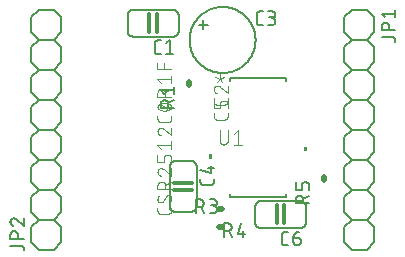
<source format=gbr>
G04 EAGLE Gerber RS-274X export*
G75*
%MOMM*%
%FSLAX34Y34*%
%LPD*%
%INSilkscreen Top*%
%IPPOS*%
%AMOC8*
5,1,8,0,0,1.08239X$1,22.5*%
G01*
%ADD10C,0.152400*%
%ADD11C,0.127000*%
%ADD12C,0.304800*%
%ADD13C,0.508000*%
%ADD14C,0.076200*%
%ADD15C,0.101600*%

G36*
X244802Y121569D02*
X244802Y121569D01*
X244804Y121569D01*
X244847Y121589D01*
X244891Y121607D01*
X244891Y121609D01*
X244893Y121610D01*
X244926Y121695D01*
X244926Y125505D01*
X244925Y125507D01*
X244926Y125509D01*
X244906Y125552D01*
X244888Y125596D01*
X244886Y125596D01*
X244885Y125598D01*
X244800Y125631D01*
X242260Y125631D01*
X242258Y125630D01*
X242256Y125631D01*
X242213Y125611D01*
X242169Y125593D01*
X242169Y125591D01*
X242167Y125590D01*
X242134Y125505D01*
X242134Y121695D01*
X242135Y121693D01*
X242134Y121691D01*
X242154Y121648D01*
X242172Y121604D01*
X242174Y121603D01*
X242175Y121601D01*
X242260Y121569D01*
X244800Y121569D01*
X244802Y121569D01*
G37*
G36*
X164142Y115069D02*
X164142Y115069D01*
X164144Y115069D01*
X164187Y115088D01*
X164231Y115107D01*
X164231Y115109D01*
X164233Y115110D01*
X164266Y115195D01*
X164266Y119005D01*
X164265Y119007D01*
X164266Y119009D01*
X164246Y119052D01*
X164228Y119095D01*
X164226Y119096D01*
X164225Y119098D01*
X164140Y119131D01*
X161600Y119131D01*
X161598Y119130D01*
X161596Y119131D01*
X161553Y119111D01*
X161509Y119093D01*
X161509Y119091D01*
X161507Y119090D01*
X161474Y119005D01*
X161474Y115195D01*
X161475Y115193D01*
X161474Y115191D01*
X161494Y115148D01*
X161512Y115104D01*
X161514Y115103D01*
X161515Y115101D01*
X161600Y115068D01*
X164140Y115068D01*
X164142Y115069D01*
G37*
D10*
X152718Y228600D02*
X156528Y228600D01*
X156528Y224790D01*
X156528Y228600D02*
X160338Y228600D01*
X156528Y228600D02*
X156528Y232410D01*
X145098Y215900D02*
X145106Y216586D01*
X145132Y217271D01*
X145174Y217955D01*
X145233Y218639D01*
X145308Y219320D01*
X145400Y220000D01*
X145509Y220677D01*
X145635Y221351D01*
X145777Y222022D01*
X145935Y222689D01*
X146110Y223352D01*
X146301Y224011D01*
X146508Y224664D01*
X146731Y225313D01*
X146970Y225955D01*
X147225Y226592D01*
X147495Y227222D01*
X147781Y227846D01*
X148081Y228462D01*
X148397Y229071D01*
X148728Y229672D01*
X149073Y230264D01*
X149433Y230848D01*
X149807Y231423D01*
X150195Y231988D01*
X150596Y232544D01*
X151012Y233090D01*
X151440Y233625D01*
X151882Y234150D01*
X152336Y234663D01*
X152803Y235166D01*
X153281Y235657D01*
X153772Y236135D01*
X154275Y236602D01*
X154788Y237056D01*
X155313Y237498D01*
X155848Y237926D01*
X156394Y238342D01*
X156950Y238743D01*
X157515Y239131D01*
X158090Y239505D01*
X158674Y239865D01*
X159266Y240210D01*
X159867Y240541D01*
X160476Y240857D01*
X161092Y241157D01*
X161716Y241443D01*
X162346Y241713D01*
X162983Y241968D01*
X163625Y242207D01*
X164274Y242430D01*
X164927Y242637D01*
X165586Y242828D01*
X166249Y243003D01*
X166916Y243161D01*
X167587Y243303D01*
X168261Y243429D01*
X168938Y243538D01*
X169618Y243630D01*
X170299Y243705D01*
X170983Y243764D01*
X171667Y243806D01*
X172352Y243832D01*
X173038Y243840D01*
X173724Y243832D01*
X174409Y243806D01*
X175093Y243764D01*
X175777Y243705D01*
X176458Y243630D01*
X177138Y243538D01*
X177815Y243429D01*
X178489Y243303D01*
X179160Y243161D01*
X179827Y243003D01*
X180490Y242828D01*
X181149Y242637D01*
X181802Y242430D01*
X182451Y242207D01*
X183093Y241968D01*
X183730Y241713D01*
X184360Y241443D01*
X184984Y241157D01*
X185600Y240857D01*
X186209Y240541D01*
X186810Y240210D01*
X187402Y239865D01*
X187986Y239505D01*
X188561Y239131D01*
X189126Y238743D01*
X189682Y238342D01*
X190228Y237926D01*
X190763Y237498D01*
X191288Y237056D01*
X191801Y236602D01*
X192304Y236135D01*
X192795Y235657D01*
X193273Y235166D01*
X193740Y234663D01*
X194194Y234150D01*
X194636Y233625D01*
X195064Y233090D01*
X195480Y232544D01*
X195881Y231988D01*
X196269Y231423D01*
X196643Y230848D01*
X197003Y230264D01*
X197348Y229672D01*
X197679Y229071D01*
X197995Y228462D01*
X198295Y227846D01*
X198581Y227222D01*
X198851Y226592D01*
X199106Y225955D01*
X199345Y225313D01*
X199568Y224664D01*
X199775Y224011D01*
X199966Y223352D01*
X200141Y222689D01*
X200299Y222022D01*
X200441Y221351D01*
X200567Y220677D01*
X200676Y220000D01*
X200768Y219320D01*
X200843Y218639D01*
X200902Y217955D01*
X200944Y217271D01*
X200970Y216586D01*
X200978Y215900D01*
X200970Y215214D01*
X200944Y214529D01*
X200902Y213845D01*
X200843Y213161D01*
X200768Y212480D01*
X200676Y211800D01*
X200567Y211123D01*
X200441Y210449D01*
X200299Y209778D01*
X200141Y209111D01*
X199966Y208448D01*
X199775Y207789D01*
X199568Y207136D01*
X199345Y206487D01*
X199106Y205845D01*
X198851Y205208D01*
X198581Y204578D01*
X198295Y203954D01*
X197995Y203338D01*
X197679Y202729D01*
X197348Y202128D01*
X197003Y201536D01*
X196643Y200952D01*
X196269Y200377D01*
X195881Y199812D01*
X195480Y199256D01*
X195064Y198710D01*
X194636Y198175D01*
X194194Y197650D01*
X193740Y197137D01*
X193273Y196634D01*
X192795Y196143D01*
X192304Y195665D01*
X191801Y195198D01*
X191288Y194744D01*
X190763Y194302D01*
X190228Y193874D01*
X189682Y193458D01*
X189126Y193057D01*
X188561Y192669D01*
X187986Y192295D01*
X187402Y191935D01*
X186810Y191590D01*
X186209Y191259D01*
X185600Y190943D01*
X184984Y190643D01*
X184360Y190357D01*
X183730Y190087D01*
X183093Y189832D01*
X182451Y189593D01*
X181802Y189370D01*
X181149Y189163D01*
X180490Y188972D01*
X179827Y188797D01*
X179160Y188639D01*
X178489Y188497D01*
X177815Y188371D01*
X177138Y188262D01*
X176458Y188170D01*
X175777Y188095D01*
X175093Y188036D01*
X174409Y187994D01*
X173724Y187968D01*
X173038Y187960D01*
X172352Y187968D01*
X171667Y187994D01*
X170983Y188036D01*
X170299Y188095D01*
X169618Y188170D01*
X168938Y188262D01*
X168261Y188371D01*
X167587Y188497D01*
X166916Y188639D01*
X166249Y188797D01*
X165586Y188972D01*
X164927Y189163D01*
X164274Y189370D01*
X163625Y189593D01*
X162983Y189832D01*
X162346Y190087D01*
X161716Y190357D01*
X161092Y190643D01*
X160476Y190943D01*
X159867Y191259D01*
X159266Y191590D01*
X158674Y191935D01*
X158090Y192295D01*
X157515Y192669D01*
X156950Y193057D01*
X156394Y193458D01*
X155848Y193874D01*
X155313Y194302D01*
X154788Y194744D01*
X154275Y195198D01*
X153772Y195665D01*
X153281Y196143D01*
X152803Y196634D01*
X152336Y197137D01*
X151882Y197650D01*
X151440Y198175D01*
X151012Y198710D01*
X150596Y199256D01*
X150195Y199812D01*
X149807Y200377D01*
X149433Y200952D01*
X149073Y201536D01*
X148728Y202128D01*
X148397Y202729D01*
X148081Y203338D01*
X147781Y203954D01*
X147495Y204578D01*
X147225Y205208D01*
X146970Y205845D01*
X146731Y206487D01*
X146508Y207136D01*
X146301Y207789D01*
X146110Y208448D01*
X145935Y209111D01*
X145777Y209778D01*
X145635Y210449D01*
X145509Y211123D01*
X145400Y211800D01*
X145308Y212480D01*
X145233Y213161D01*
X145174Y213845D01*
X145132Y214529D01*
X145106Y215214D01*
X145098Y215900D01*
D11*
X204470Y228600D02*
X207010Y228600D01*
X204470Y228600D02*
X204370Y228602D01*
X204271Y228608D01*
X204171Y228618D01*
X204073Y228631D01*
X203974Y228649D01*
X203877Y228670D01*
X203781Y228695D01*
X203685Y228724D01*
X203591Y228757D01*
X203498Y228793D01*
X203407Y228833D01*
X203317Y228877D01*
X203229Y228924D01*
X203143Y228974D01*
X203059Y229028D01*
X202977Y229085D01*
X202898Y229145D01*
X202820Y229209D01*
X202746Y229275D01*
X202674Y229344D01*
X202605Y229416D01*
X202539Y229490D01*
X202475Y229568D01*
X202415Y229647D01*
X202358Y229729D01*
X202304Y229813D01*
X202254Y229899D01*
X202207Y229987D01*
X202163Y230077D01*
X202123Y230168D01*
X202087Y230261D01*
X202054Y230355D01*
X202025Y230451D01*
X202000Y230547D01*
X201979Y230644D01*
X201961Y230743D01*
X201948Y230841D01*
X201938Y230941D01*
X201932Y231040D01*
X201930Y231140D01*
X201930Y237490D01*
X201932Y237590D01*
X201938Y237689D01*
X201948Y237789D01*
X201961Y237887D01*
X201979Y237986D01*
X202000Y238083D01*
X202025Y238179D01*
X202054Y238275D01*
X202087Y238369D01*
X202123Y238462D01*
X202163Y238553D01*
X202207Y238643D01*
X202254Y238731D01*
X202304Y238817D01*
X202358Y238901D01*
X202415Y238983D01*
X202475Y239062D01*
X202539Y239140D01*
X202605Y239214D01*
X202674Y239286D01*
X202746Y239355D01*
X202820Y239421D01*
X202898Y239485D01*
X202977Y239545D01*
X203059Y239602D01*
X203143Y239656D01*
X203229Y239706D01*
X203317Y239753D01*
X203407Y239797D01*
X203498Y239837D01*
X203591Y239873D01*
X203685Y239906D01*
X203781Y239935D01*
X203877Y239960D01*
X203974Y239981D01*
X204073Y239999D01*
X204171Y240012D01*
X204271Y240022D01*
X204370Y240028D01*
X204470Y240030D01*
X207010Y240030D01*
X211492Y228600D02*
X214667Y228600D01*
X214778Y228602D01*
X214888Y228608D01*
X214999Y228617D01*
X215109Y228631D01*
X215218Y228648D01*
X215327Y228669D01*
X215435Y228694D01*
X215542Y228723D01*
X215648Y228755D01*
X215753Y228791D01*
X215856Y228831D01*
X215958Y228874D01*
X216059Y228921D01*
X216158Y228972D01*
X216254Y229025D01*
X216349Y229082D01*
X216442Y229143D01*
X216533Y229206D01*
X216622Y229273D01*
X216708Y229343D01*
X216791Y229416D01*
X216873Y229491D01*
X216951Y229569D01*
X217026Y229651D01*
X217099Y229734D01*
X217169Y229820D01*
X217236Y229909D01*
X217299Y230000D01*
X217360Y230093D01*
X217417Y230187D01*
X217470Y230284D01*
X217521Y230383D01*
X217568Y230484D01*
X217611Y230586D01*
X217651Y230689D01*
X217687Y230794D01*
X217719Y230900D01*
X217748Y231007D01*
X217773Y231115D01*
X217794Y231224D01*
X217811Y231333D01*
X217825Y231443D01*
X217834Y231554D01*
X217840Y231664D01*
X217842Y231775D01*
X217840Y231886D01*
X217834Y231996D01*
X217825Y232107D01*
X217811Y232217D01*
X217794Y232326D01*
X217773Y232435D01*
X217748Y232543D01*
X217719Y232650D01*
X217687Y232756D01*
X217651Y232861D01*
X217611Y232964D01*
X217568Y233066D01*
X217521Y233167D01*
X217470Y233266D01*
X217417Y233362D01*
X217360Y233457D01*
X217299Y233550D01*
X217236Y233641D01*
X217169Y233730D01*
X217099Y233816D01*
X217026Y233899D01*
X216951Y233981D01*
X216873Y234059D01*
X216791Y234134D01*
X216708Y234207D01*
X216622Y234277D01*
X216533Y234344D01*
X216442Y234407D01*
X216349Y234468D01*
X216255Y234525D01*
X216158Y234578D01*
X216059Y234629D01*
X215958Y234676D01*
X215856Y234719D01*
X215753Y234759D01*
X215648Y234795D01*
X215542Y234827D01*
X215435Y234856D01*
X215327Y234881D01*
X215218Y234902D01*
X215109Y234919D01*
X214999Y234933D01*
X214888Y234942D01*
X214778Y234948D01*
X214667Y234950D01*
X215302Y240030D02*
X211492Y240030D01*
X215302Y240030D02*
X215402Y240028D01*
X215501Y240022D01*
X215601Y240012D01*
X215699Y239999D01*
X215798Y239981D01*
X215895Y239960D01*
X215991Y239935D01*
X216087Y239906D01*
X216181Y239873D01*
X216274Y239837D01*
X216365Y239797D01*
X216455Y239753D01*
X216543Y239706D01*
X216629Y239656D01*
X216713Y239602D01*
X216795Y239545D01*
X216874Y239485D01*
X216952Y239421D01*
X217026Y239355D01*
X217098Y239286D01*
X217167Y239214D01*
X217233Y239140D01*
X217297Y239062D01*
X217357Y238983D01*
X217414Y238901D01*
X217468Y238817D01*
X217518Y238731D01*
X217565Y238643D01*
X217609Y238553D01*
X217649Y238462D01*
X217685Y238369D01*
X217718Y238275D01*
X217747Y238179D01*
X217772Y238083D01*
X217793Y237986D01*
X217811Y237887D01*
X217824Y237789D01*
X217834Y237689D01*
X217840Y237590D01*
X217842Y237490D01*
X217840Y237390D01*
X217834Y237291D01*
X217824Y237191D01*
X217811Y237093D01*
X217793Y236994D01*
X217772Y236897D01*
X217747Y236801D01*
X217718Y236705D01*
X217685Y236611D01*
X217649Y236518D01*
X217609Y236427D01*
X217565Y236337D01*
X217518Y236249D01*
X217468Y236163D01*
X217414Y236079D01*
X217357Y235997D01*
X217297Y235918D01*
X217233Y235840D01*
X217167Y235766D01*
X217098Y235694D01*
X217026Y235625D01*
X216952Y235559D01*
X216874Y235495D01*
X216795Y235435D01*
X216713Y235378D01*
X216629Y235324D01*
X216543Y235274D01*
X216455Y235227D01*
X216365Y235183D01*
X216274Y235143D01*
X216181Y235107D01*
X216087Y235074D01*
X215991Y235045D01*
X215895Y235020D01*
X215798Y234999D01*
X215699Y234981D01*
X215601Y234968D01*
X215501Y234958D01*
X215402Y234952D01*
X215302Y234950D01*
X212762Y234950D01*
D10*
X243840Y74613D02*
X243840Y61913D01*
X243838Y61773D01*
X243832Y61633D01*
X243823Y61493D01*
X243809Y61354D01*
X243792Y61215D01*
X243771Y61077D01*
X243746Y60939D01*
X243717Y60802D01*
X243685Y60666D01*
X243648Y60531D01*
X243608Y60397D01*
X243565Y60264D01*
X243517Y60132D01*
X243467Y60001D01*
X243412Y59872D01*
X243354Y59745D01*
X243293Y59619D01*
X243228Y59495D01*
X243159Y59373D01*
X243088Y59253D01*
X243013Y59135D01*
X242935Y59018D01*
X242853Y58904D01*
X242769Y58793D01*
X242681Y58684D01*
X242591Y58577D01*
X242497Y58472D01*
X242401Y58371D01*
X242302Y58272D01*
X242201Y58176D01*
X242096Y58082D01*
X241989Y57992D01*
X241880Y57904D01*
X241769Y57820D01*
X241655Y57738D01*
X241538Y57660D01*
X241420Y57585D01*
X241300Y57514D01*
X241178Y57445D01*
X241054Y57380D01*
X240928Y57319D01*
X240801Y57261D01*
X240672Y57206D01*
X240541Y57156D01*
X240409Y57108D01*
X240276Y57065D01*
X240142Y57025D01*
X240007Y56988D01*
X239871Y56956D01*
X239734Y56927D01*
X239596Y56902D01*
X239458Y56881D01*
X239319Y56864D01*
X239180Y56850D01*
X239040Y56841D01*
X238900Y56835D01*
X238760Y56833D01*
X243840Y74613D02*
X243838Y74753D01*
X243832Y74893D01*
X243823Y75033D01*
X243809Y75172D01*
X243792Y75311D01*
X243771Y75449D01*
X243746Y75587D01*
X243717Y75724D01*
X243685Y75860D01*
X243648Y75995D01*
X243608Y76129D01*
X243565Y76262D01*
X243517Y76394D01*
X243467Y76525D01*
X243412Y76654D01*
X243354Y76781D01*
X243293Y76907D01*
X243228Y77031D01*
X243159Y77153D01*
X243088Y77273D01*
X243013Y77391D01*
X242935Y77508D01*
X242853Y77622D01*
X242769Y77733D01*
X242681Y77842D01*
X242591Y77949D01*
X242497Y78054D01*
X242401Y78155D01*
X242302Y78254D01*
X242201Y78350D01*
X242096Y78444D01*
X241989Y78534D01*
X241880Y78622D01*
X241769Y78706D01*
X241655Y78788D01*
X241538Y78866D01*
X241420Y78941D01*
X241300Y79012D01*
X241178Y79081D01*
X241054Y79146D01*
X240928Y79207D01*
X240801Y79265D01*
X240672Y79320D01*
X240541Y79370D01*
X240409Y79418D01*
X240276Y79461D01*
X240142Y79501D01*
X240007Y79538D01*
X239871Y79570D01*
X239734Y79599D01*
X239596Y79624D01*
X239458Y79645D01*
X239319Y79662D01*
X239180Y79676D01*
X239040Y79685D01*
X238900Y79691D01*
X238760Y79693D01*
X238760Y56833D02*
X205740Y56833D01*
X200660Y61913D02*
X200660Y74613D01*
X205740Y79693D02*
X238760Y79693D01*
X205740Y56833D02*
X205600Y56835D01*
X205460Y56841D01*
X205320Y56850D01*
X205181Y56864D01*
X205042Y56881D01*
X204904Y56902D01*
X204766Y56927D01*
X204629Y56956D01*
X204493Y56988D01*
X204358Y57025D01*
X204224Y57065D01*
X204091Y57108D01*
X203959Y57156D01*
X203828Y57206D01*
X203699Y57261D01*
X203572Y57319D01*
X203446Y57380D01*
X203322Y57445D01*
X203200Y57514D01*
X203080Y57585D01*
X202962Y57660D01*
X202845Y57738D01*
X202731Y57820D01*
X202620Y57904D01*
X202511Y57992D01*
X202404Y58082D01*
X202299Y58176D01*
X202198Y58272D01*
X202099Y58371D01*
X202003Y58472D01*
X201909Y58577D01*
X201819Y58684D01*
X201731Y58793D01*
X201647Y58904D01*
X201565Y59018D01*
X201487Y59135D01*
X201412Y59253D01*
X201341Y59373D01*
X201272Y59495D01*
X201207Y59619D01*
X201146Y59745D01*
X201088Y59872D01*
X201033Y60001D01*
X200983Y60132D01*
X200935Y60264D01*
X200892Y60397D01*
X200852Y60531D01*
X200815Y60666D01*
X200783Y60802D01*
X200754Y60939D01*
X200729Y61077D01*
X200708Y61215D01*
X200691Y61354D01*
X200677Y61493D01*
X200668Y61633D01*
X200662Y61773D01*
X200660Y61913D01*
X200660Y74613D02*
X200662Y74753D01*
X200668Y74893D01*
X200677Y75033D01*
X200691Y75172D01*
X200708Y75311D01*
X200729Y75449D01*
X200754Y75587D01*
X200783Y75724D01*
X200815Y75860D01*
X200852Y75995D01*
X200892Y76129D01*
X200935Y76262D01*
X200983Y76394D01*
X201033Y76525D01*
X201088Y76654D01*
X201146Y76781D01*
X201207Y76907D01*
X201272Y77031D01*
X201341Y77153D01*
X201412Y77273D01*
X201487Y77391D01*
X201565Y77508D01*
X201647Y77622D01*
X201731Y77733D01*
X201819Y77842D01*
X201909Y77949D01*
X202003Y78054D01*
X202099Y78155D01*
X202198Y78254D01*
X202299Y78350D01*
X202404Y78444D01*
X202511Y78534D01*
X202620Y78622D01*
X202731Y78706D01*
X202845Y78788D01*
X202962Y78866D01*
X203080Y78941D01*
X203200Y79012D01*
X203322Y79081D01*
X203446Y79146D01*
X203572Y79207D01*
X203699Y79265D01*
X203828Y79320D01*
X203959Y79370D01*
X204091Y79418D01*
X204224Y79461D01*
X204358Y79501D01*
X204493Y79538D01*
X204629Y79570D01*
X204766Y79599D01*
X204904Y79624D01*
X205042Y79645D01*
X205181Y79662D01*
X205320Y79676D01*
X205460Y79685D01*
X205600Y79691D01*
X205740Y79693D01*
D12*
X225298Y75883D02*
X225298Y60643D01*
X218948Y60643D02*
X218948Y75883D01*
D11*
X226023Y42228D02*
X228563Y42228D01*
X226023Y42228D02*
X225923Y42230D01*
X225824Y42236D01*
X225724Y42246D01*
X225626Y42259D01*
X225527Y42277D01*
X225430Y42298D01*
X225334Y42323D01*
X225238Y42352D01*
X225144Y42385D01*
X225051Y42421D01*
X224960Y42461D01*
X224870Y42505D01*
X224782Y42552D01*
X224696Y42602D01*
X224612Y42656D01*
X224530Y42713D01*
X224451Y42773D01*
X224373Y42837D01*
X224299Y42903D01*
X224227Y42972D01*
X224158Y43044D01*
X224092Y43118D01*
X224028Y43196D01*
X223968Y43275D01*
X223911Y43357D01*
X223857Y43441D01*
X223807Y43527D01*
X223760Y43615D01*
X223716Y43705D01*
X223676Y43796D01*
X223640Y43889D01*
X223607Y43983D01*
X223578Y44079D01*
X223553Y44175D01*
X223532Y44272D01*
X223514Y44371D01*
X223501Y44469D01*
X223491Y44569D01*
X223485Y44668D01*
X223483Y44768D01*
X223483Y51118D01*
X223485Y51218D01*
X223491Y51317D01*
X223501Y51417D01*
X223514Y51515D01*
X223532Y51614D01*
X223553Y51711D01*
X223578Y51807D01*
X223607Y51903D01*
X223640Y51997D01*
X223676Y52090D01*
X223716Y52181D01*
X223760Y52271D01*
X223807Y52359D01*
X223857Y52445D01*
X223911Y52529D01*
X223968Y52611D01*
X224028Y52690D01*
X224092Y52768D01*
X224158Y52842D01*
X224227Y52914D01*
X224299Y52983D01*
X224373Y53049D01*
X224451Y53113D01*
X224530Y53173D01*
X224612Y53230D01*
X224696Y53284D01*
X224782Y53334D01*
X224870Y53381D01*
X224960Y53425D01*
X225051Y53465D01*
X225144Y53501D01*
X225238Y53534D01*
X225334Y53563D01*
X225430Y53588D01*
X225527Y53609D01*
X225626Y53627D01*
X225724Y53640D01*
X225824Y53650D01*
X225923Y53656D01*
X226023Y53658D01*
X228563Y53658D01*
X233045Y48578D02*
X236855Y48578D01*
X236955Y48576D01*
X237054Y48570D01*
X237154Y48560D01*
X237252Y48547D01*
X237351Y48529D01*
X237448Y48508D01*
X237544Y48483D01*
X237640Y48454D01*
X237734Y48421D01*
X237827Y48385D01*
X237918Y48345D01*
X238008Y48301D01*
X238096Y48254D01*
X238182Y48204D01*
X238266Y48150D01*
X238348Y48093D01*
X238427Y48033D01*
X238505Y47969D01*
X238579Y47903D01*
X238651Y47834D01*
X238720Y47762D01*
X238786Y47688D01*
X238850Y47610D01*
X238910Y47531D01*
X238967Y47449D01*
X239021Y47365D01*
X239071Y47279D01*
X239118Y47191D01*
X239162Y47101D01*
X239202Y47010D01*
X239238Y46917D01*
X239271Y46823D01*
X239300Y46727D01*
X239325Y46631D01*
X239346Y46534D01*
X239364Y46435D01*
X239377Y46337D01*
X239387Y46237D01*
X239393Y46138D01*
X239395Y46038D01*
X239395Y45403D01*
X239393Y45292D01*
X239387Y45182D01*
X239378Y45071D01*
X239364Y44961D01*
X239347Y44852D01*
X239326Y44743D01*
X239301Y44635D01*
X239272Y44528D01*
X239240Y44422D01*
X239204Y44317D01*
X239164Y44214D01*
X239121Y44112D01*
X239074Y44011D01*
X239023Y43912D01*
X238970Y43815D01*
X238913Y43721D01*
X238852Y43628D01*
X238789Y43537D01*
X238722Y43448D01*
X238652Y43362D01*
X238579Y43279D01*
X238504Y43197D01*
X238426Y43119D01*
X238344Y43044D01*
X238261Y42971D01*
X238175Y42901D01*
X238086Y42834D01*
X237995Y42771D01*
X237902Y42710D01*
X237807Y42653D01*
X237711Y42600D01*
X237612Y42549D01*
X237511Y42502D01*
X237409Y42459D01*
X237306Y42419D01*
X237201Y42383D01*
X237095Y42351D01*
X236988Y42322D01*
X236880Y42297D01*
X236771Y42276D01*
X236662Y42259D01*
X236552Y42245D01*
X236441Y42236D01*
X236331Y42230D01*
X236220Y42228D01*
X236109Y42230D01*
X235999Y42236D01*
X235888Y42245D01*
X235778Y42259D01*
X235669Y42276D01*
X235560Y42297D01*
X235452Y42322D01*
X235345Y42351D01*
X235239Y42383D01*
X235134Y42419D01*
X235031Y42459D01*
X234929Y42502D01*
X234828Y42549D01*
X234729Y42600D01*
X234633Y42653D01*
X234538Y42710D01*
X234445Y42771D01*
X234354Y42834D01*
X234265Y42901D01*
X234179Y42971D01*
X234096Y43044D01*
X234014Y43119D01*
X233936Y43197D01*
X233861Y43279D01*
X233788Y43362D01*
X233718Y43448D01*
X233651Y43537D01*
X233588Y43628D01*
X233527Y43721D01*
X233470Y43816D01*
X233417Y43912D01*
X233366Y44011D01*
X233319Y44112D01*
X233276Y44214D01*
X233236Y44317D01*
X233200Y44422D01*
X233168Y44528D01*
X233139Y44635D01*
X233114Y44743D01*
X233093Y44852D01*
X233076Y44961D01*
X233062Y45071D01*
X233053Y45182D01*
X233047Y45292D01*
X233045Y45403D01*
X233045Y48578D01*
X233047Y48718D01*
X233053Y48858D01*
X233062Y48998D01*
X233076Y49137D01*
X233093Y49276D01*
X233114Y49414D01*
X233139Y49552D01*
X233168Y49689D01*
X233200Y49825D01*
X233237Y49960D01*
X233277Y50094D01*
X233320Y50227D01*
X233368Y50359D01*
X233418Y50490D01*
X233473Y50619D01*
X233531Y50746D01*
X233592Y50872D01*
X233657Y50996D01*
X233726Y51118D01*
X233797Y51238D01*
X233872Y51356D01*
X233950Y51473D01*
X234032Y51587D01*
X234116Y51698D01*
X234204Y51807D01*
X234294Y51914D01*
X234388Y52019D01*
X234484Y52120D01*
X234583Y52219D01*
X234684Y52315D01*
X234789Y52409D01*
X234896Y52499D01*
X235005Y52587D01*
X235116Y52671D01*
X235230Y52753D01*
X235347Y52831D01*
X235465Y52906D01*
X235585Y52977D01*
X235707Y53046D01*
X235831Y53111D01*
X235957Y53172D01*
X236084Y53230D01*
X236213Y53285D01*
X236344Y53335D01*
X236476Y53383D01*
X236609Y53426D01*
X236743Y53466D01*
X236878Y53503D01*
X237014Y53535D01*
X237151Y53564D01*
X237289Y53589D01*
X237427Y53610D01*
X237566Y53627D01*
X237705Y53641D01*
X237845Y53650D01*
X237985Y53656D01*
X238125Y53658D01*
D10*
X135890Y223838D02*
X135890Y236538D01*
X135890Y223838D02*
X135888Y223698D01*
X135882Y223558D01*
X135873Y223418D01*
X135859Y223279D01*
X135842Y223140D01*
X135821Y223002D01*
X135796Y222864D01*
X135767Y222727D01*
X135735Y222591D01*
X135698Y222456D01*
X135658Y222322D01*
X135615Y222189D01*
X135567Y222057D01*
X135517Y221926D01*
X135462Y221797D01*
X135404Y221670D01*
X135343Y221544D01*
X135278Y221420D01*
X135209Y221298D01*
X135138Y221178D01*
X135063Y221060D01*
X134985Y220943D01*
X134903Y220829D01*
X134819Y220718D01*
X134731Y220609D01*
X134641Y220502D01*
X134547Y220397D01*
X134451Y220296D01*
X134352Y220197D01*
X134251Y220101D01*
X134146Y220007D01*
X134039Y219917D01*
X133930Y219829D01*
X133819Y219745D01*
X133705Y219663D01*
X133588Y219585D01*
X133470Y219510D01*
X133350Y219439D01*
X133228Y219370D01*
X133104Y219305D01*
X132978Y219244D01*
X132851Y219186D01*
X132722Y219131D01*
X132591Y219081D01*
X132459Y219033D01*
X132326Y218990D01*
X132192Y218950D01*
X132057Y218913D01*
X131921Y218881D01*
X131784Y218852D01*
X131646Y218827D01*
X131508Y218806D01*
X131369Y218789D01*
X131230Y218775D01*
X131090Y218766D01*
X130950Y218760D01*
X130810Y218758D01*
X135890Y236538D02*
X135888Y236678D01*
X135882Y236818D01*
X135873Y236958D01*
X135859Y237097D01*
X135842Y237236D01*
X135821Y237374D01*
X135796Y237512D01*
X135767Y237649D01*
X135735Y237785D01*
X135698Y237920D01*
X135658Y238054D01*
X135615Y238187D01*
X135567Y238319D01*
X135517Y238450D01*
X135462Y238579D01*
X135404Y238706D01*
X135343Y238832D01*
X135278Y238956D01*
X135209Y239078D01*
X135138Y239198D01*
X135063Y239316D01*
X134985Y239433D01*
X134903Y239547D01*
X134819Y239658D01*
X134731Y239767D01*
X134641Y239874D01*
X134547Y239979D01*
X134451Y240080D01*
X134352Y240179D01*
X134251Y240275D01*
X134146Y240369D01*
X134039Y240459D01*
X133930Y240547D01*
X133819Y240631D01*
X133705Y240713D01*
X133588Y240791D01*
X133470Y240866D01*
X133350Y240937D01*
X133228Y241006D01*
X133104Y241071D01*
X132978Y241132D01*
X132851Y241190D01*
X132722Y241245D01*
X132591Y241295D01*
X132459Y241343D01*
X132326Y241386D01*
X132192Y241426D01*
X132057Y241463D01*
X131921Y241495D01*
X131784Y241524D01*
X131646Y241549D01*
X131508Y241570D01*
X131369Y241587D01*
X131230Y241601D01*
X131090Y241610D01*
X130950Y241616D01*
X130810Y241618D01*
X130810Y218758D02*
X97790Y218758D01*
X92710Y223838D02*
X92710Y236538D01*
X97790Y241618D02*
X130810Y241618D01*
X97790Y218758D02*
X97650Y218760D01*
X97510Y218766D01*
X97370Y218775D01*
X97231Y218789D01*
X97092Y218806D01*
X96954Y218827D01*
X96816Y218852D01*
X96679Y218881D01*
X96543Y218913D01*
X96408Y218950D01*
X96274Y218990D01*
X96141Y219033D01*
X96009Y219081D01*
X95878Y219131D01*
X95749Y219186D01*
X95622Y219244D01*
X95496Y219305D01*
X95372Y219370D01*
X95250Y219439D01*
X95130Y219510D01*
X95012Y219585D01*
X94895Y219663D01*
X94781Y219745D01*
X94670Y219829D01*
X94561Y219917D01*
X94454Y220007D01*
X94349Y220101D01*
X94248Y220197D01*
X94149Y220296D01*
X94053Y220397D01*
X93959Y220502D01*
X93869Y220609D01*
X93781Y220718D01*
X93697Y220829D01*
X93615Y220943D01*
X93537Y221060D01*
X93462Y221178D01*
X93391Y221298D01*
X93322Y221420D01*
X93257Y221544D01*
X93196Y221670D01*
X93138Y221797D01*
X93083Y221926D01*
X93033Y222057D01*
X92985Y222189D01*
X92942Y222322D01*
X92902Y222456D01*
X92865Y222591D01*
X92833Y222727D01*
X92804Y222864D01*
X92779Y223002D01*
X92758Y223140D01*
X92741Y223279D01*
X92727Y223418D01*
X92718Y223558D01*
X92712Y223698D01*
X92710Y223838D01*
X92710Y236538D02*
X92712Y236678D01*
X92718Y236818D01*
X92727Y236958D01*
X92741Y237097D01*
X92758Y237236D01*
X92779Y237374D01*
X92804Y237512D01*
X92833Y237649D01*
X92865Y237785D01*
X92902Y237920D01*
X92942Y238054D01*
X92985Y238187D01*
X93033Y238319D01*
X93083Y238450D01*
X93138Y238579D01*
X93196Y238706D01*
X93257Y238832D01*
X93322Y238956D01*
X93391Y239078D01*
X93462Y239198D01*
X93537Y239316D01*
X93615Y239433D01*
X93697Y239547D01*
X93781Y239658D01*
X93869Y239767D01*
X93959Y239874D01*
X94053Y239979D01*
X94149Y240080D01*
X94248Y240179D01*
X94349Y240275D01*
X94454Y240369D01*
X94561Y240459D01*
X94670Y240547D01*
X94781Y240631D01*
X94895Y240713D01*
X95012Y240791D01*
X95130Y240866D01*
X95250Y240937D01*
X95372Y241006D01*
X95496Y241071D01*
X95622Y241132D01*
X95749Y241190D01*
X95878Y241245D01*
X96009Y241295D01*
X96141Y241343D01*
X96274Y241386D01*
X96408Y241426D01*
X96543Y241463D01*
X96679Y241495D01*
X96816Y241524D01*
X96954Y241549D01*
X97092Y241570D01*
X97231Y241587D01*
X97370Y241601D01*
X97510Y241610D01*
X97650Y241616D01*
X97790Y241618D01*
D12*
X117348Y237808D02*
X117348Y222568D01*
X110998Y222568D02*
X110998Y237808D01*
D11*
X118073Y204153D02*
X120613Y204153D01*
X118073Y204153D02*
X117973Y204155D01*
X117874Y204161D01*
X117774Y204171D01*
X117676Y204184D01*
X117577Y204202D01*
X117480Y204223D01*
X117384Y204248D01*
X117288Y204277D01*
X117194Y204310D01*
X117101Y204346D01*
X117010Y204386D01*
X116920Y204430D01*
X116832Y204477D01*
X116746Y204527D01*
X116662Y204581D01*
X116580Y204638D01*
X116501Y204698D01*
X116423Y204762D01*
X116349Y204828D01*
X116277Y204897D01*
X116208Y204969D01*
X116142Y205043D01*
X116078Y205121D01*
X116018Y205200D01*
X115961Y205282D01*
X115907Y205366D01*
X115857Y205452D01*
X115810Y205540D01*
X115766Y205630D01*
X115726Y205721D01*
X115690Y205814D01*
X115657Y205908D01*
X115628Y206004D01*
X115603Y206100D01*
X115582Y206197D01*
X115564Y206296D01*
X115551Y206394D01*
X115541Y206494D01*
X115535Y206593D01*
X115533Y206693D01*
X115533Y213043D01*
X115535Y213143D01*
X115541Y213242D01*
X115551Y213342D01*
X115564Y213440D01*
X115582Y213539D01*
X115603Y213636D01*
X115628Y213732D01*
X115657Y213828D01*
X115690Y213922D01*
X115726Y214015D01*
X115766Y214106D01*
X115810Y214196D01*
X115857Y214284D01*
X115907Y214370D01*
X115961Y214454D01*
X116018Y214536D01*
X116078Y214615D01*
X116142Y214693D01*
X116208Y214767D01*
X116277Y214839D01*
X116349Y214908D01*
X116423Y214974D01*
X116501Y215038D01*
X116580Y215098D01*
X116662Y215155D01*
X116746Y215209D01*
X116832Y215259D01*
X116920Y215306D01*
X117010Y215350D01*
X117101Y215390D01*
X117194Y215426D01*
X117288Y215459D01*
X117384Y215488D01*
X117480Y215513D01*
X117577Y215534D01*
X117676Y215552D01*
X117774Y215565D01*
X117874Y215575D01*
X117973Y215581D01*
X118073Y215583D01*
X120613Y215583D01*
X125095Y213043D02*
X128270Y215583D01*
X128270Y204153D01*
X125095Y204153D02*
X131445Y204153D01*
D10*
X133350Y113665D02*
X146050Y113665D01*
X146190Y113663D01*
X146330Y113657D01*
X146470Y113648D01*
X146609Y113634D01*
X146748Y113617D01*
X146886Y113596D01*
X147024Y113571D01*
X147161Y113542D01*
X147297Y113510D01*
X147432Y113473D01*
X147566Y113433D01*
X147699Y113390D01*
X147831Y113342D01*
X147962Y113292D01*
X148091Y113237D01*
X148218Y113179D01*
X148344Y113118D01*
X148468Y113053D01*
X148590Y112984D01*
X148710Y112913D01*
X148828Y112838D01*
X148945Y112760D01*
X149059Y112678D01*
X149170Y112594D01*
X149279Y112506D01*
X149386Y112416D01*
X149491Y112322D01*
X149592Y112226D01*
X149691Y112127D01*
X149787Y112026D01*
X149881Y111921D01*
X149971Y111814D01*
X150059Y111705D01*
X150143Y111594D01*
X150225Y111480D01*
X150303Y111363D01*
X150378Y111245D01*
X150449Y111125D01*
X150518Y111003D01*
X150583Y110879D01*
X150644Y110753D01*
X150702Y110626D01*
X150757Y110497D01*
X150807Y110366D01*
X150855Y110234D01*
X150898Y110101D01*
X150938Y109967D01*
X150975Y109832D01*
X151007Y109696D01*
X151036Y109559D01*
X151061Y109421D01*
X151082Y109283D01*
X151099Y109144D01*
X151113Y109005D01*
X151122Y108865D01*
X151128Y108725D01*
X151130Y108585D01*
X133350Y113665D02*
X133210Y113663D01*
X133070Y113657D01*
X132930Y113648D01*
X132791Y113634D01*
X132652Y113617D01*
X132514Y113596D01*
X132376Y113571D01*
X132239Y113542D01*
X132103Y113510D01*
X131968Y113473D01*
X131834Y113433D01*
X131701Y113390D01*
X131569Y113342D01*
X131438Y113292D01*
X131309Y113237D01*
X131182Y113179D01*
X131056Y113118D01*
X130932Y113053D01*
X130810Y112984D01*
X130690Y112913D01*
X130572Y112838D01*
X130455Y112760D01*
X130341Y112678D01*
X130230Y112594D01*
X130121Y112506D01*
X130014Y112416D01*
X129909Y112322D01*
X129808Y112226D01*
X129709Y112127D01*
X129613Y112026D01*
X129519Y111921D01*
X129429Y111814D01*
X129341Y111705D01*
X129257Y111594D01*
X129175Y111480D01*
X129097Y111363D01*
X129022Y111245D01*
X128951Y111125D01*
X128882Y111003D01*
X128817Y110879D01*
X128756Y110753D01*
X128698Y110626D01*
X128643Y110497D01*
X128593Y110366D01*
X128545Y110234D01*
X128502Y110101D01*
X128462Y109967D01*
X128425Y109832D01*
X128393Y109696D01*
X128364Y109559D01*
X128339Y109421D01*
X128318Y109283D01*
X128301Y109144D01*
X128287Y109005D01*
X128278Y108865D01*
X128272Y108725D01*
X128270Y108585D01*
X151130Y108585D02*
X151130Y75565D01*
X146050Y70485D02*
X133350Y70485D01*
X128270Y75565D02*
X128270Y108585D01*
X151130Y75565D02*
X151128Y75425D01*
X151122Y75285D01*
X151113Y75145D01*
X151099Y75006D01*
X151082Y74867D01*
X151061Y74729D01*
X151036Y74591D01*
X151007Y74454D01*
X150975Y74318D01*
X150938Y74183D01*
X150898Y74049D01*
X150855Y73916D01*
X150807Y73784D01*
X150757Y73653D01*
X150702Y73524D01*
X150644Y73397D01*
X150583Y73271D01*
X150518Y73147D01*
X150449Y73025D01*
X150378Y72905D01*
X150303Y72787D01*
X150225Y72670D01*
X150143Y72556D01*
X150059Y72445D01*
X149971Y72336D01*
X149881Y72229D01*
X149787Y72124D01*
X149691Y72023D01*
X149592Y71924D01*
X149491Y71828D01*
X149386Y71734D01*
X149279Y71644D01*
X149170Y71556D01*
X149059Y71472D01*
X148945Y71390D01*
X148828Y71312D01*
X148710Y71237D01*
X148590Y71166D01*
X148468Y71097D01*
X148344Y71032D01*
X148218Y70971D01*
X148091Y70913D01*
X147962Y70858D01*
X147831Y70808D01*
X147699Y70760D01*
X147566Y70717D01*
X147432Y70677D01*
X147297Y70640D01*
X147161Y70608D01*
X147024Y70579D01*
X146886Y70554D01*
X146748Y70533D01*
X146609Y70516D01*
X146470Y70502D01*
X146330Y70493D01*
X146190Y70487D01*
X146050Y70485D01*
X133350Y70485D02*
X133210Y70487D01*
X133070Y70493D01*
X132930Y70502D01*
X132791Y70516D01*
X132652Y70533D01*
X132514Y70554D01*
X132376Y70579D01*
X132239Y70608D01*
X132103Y70640D01*
X131968Y70677D01*
X131834Y70717D01*
X131701Y70760D01*
X131569Y70808D01*
X131438Y70858D01*
X131309Y70913D01*
X131182Y70971D01*
X131056Y71032D01*
X130932Y71097D01*
X130810Y71166D01*
X130690Y71237D01*
X130572Y71312D01*
X130455Y71390D01*
X130341Y71472D01*
X130230Y71556D01*
X130121Y71644D01*
X130014Y71734D01*
X129909Y71828D01*
X129808Y71924D01*
X129709Y72023D01*
X129613Y72124D01*
X129519Y72229D01*
X129429Y72336D01*
X129341Y72445D01*
X129257Y72556D01*
X129175Y72670D01*
X129097Y72787D01*
X129022Y72905D01*
X128951Y73025D01*
X128882Y73147D01*
X128817Y73271D01*
X128756Y73397D01*
X128698Y73524D01*
X128643Y73653D01*
X128593Y73784D01*
X128545Y73916D01*
X128502Y74049D01*
X128462Y74183D01*
X128425Y74318D01*
X128393Y74454D01*
X128364Y74591D01*
X128339Y74729D01*
X128318Y74867D01*
X128301Y75006D01*
X128287Y75145D01*
X128278Y75285D01*
X128272Y75425D01*
X128270Y75565D01*
D12*
X132080Y95123D02*
X147320Y95123D01*
X147320Y88773D02*
X132080Y88773D01*
D11*
X165735Y95848D02*
X165735Y98388D01*
X165735Y95848D02*
X165733Y95748D01*
X165727Y95649D01*
X165717Y95549D01*
X165704Y95451D01*
X165686Y95352D01*
X165665Y95255D01*
X165640Y95159D01*
X165611Y95063D01*
X165578Y94969D01*
X165542Y94876D01*
X165502Y94785D01*
X165458Y94695D01*
X165411Y94607D01*
X165361Y94521D01*
X165307Y94437D01*
X165250Y94355D01*
X165190Y94276D01*
X165126Y94198D01*
X165060Y94124D01*
X164991Y94052D01*
X164919Y93983D01*
X164845Y93917D01*
X164767Y93853D01*
X164688Y93793D01*
X164606Y93736D01*
X164522Y93682D01*
X164436Y93632D01*
X164348Y93585D01*
X164258Y93541D01*
X164167Y93501D01*
X164074Y93465D01*
X163980Y93432D01*
X163884Y93403D01*
X163788Y93378D01*
X163691Y93357D01*
X163592Y93339D01*
X163494Y93326D01*
X163394Y93316D01*
X163295Y93310D01*
X163195Y93308D01*
X156845Y93308D01*
X156745Y93310D01*
X156646Y93316D01*
X156546Y93326D01*
X156448Y93339D01*
X156349Y93357D01*
X156252Y93378D01*
X156156Y93403D01*
X156060Y93432D01*
X155966Y93465D01*
X155873Y93501D01*
X155782Y93541D01*
X155692Y93585D01*
X155604Y93632D01*
X155518Y93682D01*
X155434Y93736D01*
X155352Y93793D01*
X155273Y93853D01*
X155195Y93917D01*
X155121Y93983D01*
X155049Y94052D01*
X154980Y94124D01*
X154914Y94198D01*
X154850Y94276D01*
X154790Y94355D01*
X154733Y94437D01*
X154679Y94521D01*
X154629Y94607D01*
X154582Y94695D01*
X154538Y94785D01*
X154498Y94876D01*
X154462Y94969D01*
X154429Y95063D01*
X154400Y95159D01*
X154375Y95255D01*
X154354Y95352D01*
X154336Y95451D01*
X154323Y95549D01*
X154313Y95649D01*
X154307Y95748D01*
X154305Y95848D01*
X154305Y98388D01*
X154305Y105410D02*
X163195Y102870D01*
X163195Y109220D01*
X160655Y107315D02*
X165735Y107315D01*
D13*
X144463Y178118D02*
X144463Y180658D01*
D11*
X132144Y158687D02*
X120714Y158687D01*
X120714Y161862D01*
X120716Y161973D01*
X120722Y162083D01*
X120731Y162194D01*
X120745Y162304D01*
X120762Y162413D01*
X120783Y162522D01*
X120808Y162630D01*
X120837Y162737D01*
X120869Y162843D01*
X120905Y162948D01*
X120945Y163051D01*
X120988Y163153D01*
X121035Y163254D01*
X121086Y163353D01*
X121139Y163450D01*
X121196Y163544D01*
X121257Y163637D01*
X121320Y163728D01*
X121387Y163817D01*
X121457Y163903D01*
X121530Y163986D01*
X121605Y164068D01*
X121683Y164146D01*
X121765Y164221D01*
X121848Y164294D01*
X121934Y164364D01*
X122023Y164431D01*
X122114Y164494D01*
X122207Y164555D01*
X122302Y164612D01*
X122398Y164665D01*
X122497Y164716D01*
X122598Y164763D01*
X122700Y164806D01*
X122803Y164846D01*
X122908Y164882D01*
X123014Y164914D01*
X123121Y164943D01*
X123229Y164968D01*
X123338Y164989D01*
X123447Y165006D01*
X123557Y165020D01*
X123668Y165029D01*
X123778Y165035D01*
X123889Y165037D01*
X124000Y165035D01*
X124110Y165029D01*
X124221Y165020D01*
X124331Y165006D01*
X124440Y164989D01*
X124549Y164968D01*
X124657Y164943D01*
X124764Y164914D01*
X124870Y164882D01*
X124975Y164846D01*
X125078Y164806D01*
X125180Y164763D01*
X125281Y164716D01*
X125380Y164665D01*
X125477Y164612D01*
X125571Y164555D01*
X125664Y164494D01*
X125755Y164431D01*
X125844Y164364D01*
X125930Y164294D01*
X126013Y164221D01*
X126095Y164146D01*
X126173Y164068D01*
X126248Y163986D01*
X126321Y163903D01*
X126391Y163817D01*
X126458Y163728D01*
X126521Y163637D01*
X126582Y163544D01*
X126639Y163450D01*
X126692Y163353D01*
X126743Y163254D01*
X126790Y163153D01*
X126833Y163051D01*
X126873Y162948D01*
X126909Y162843D01*
X126941Y162737D01*
X126970Y162630D01*
X126995Y162522D01*
X127016Y162413D01*
X127033Y162304D01*
X127047Y162194D01*
X127056Y162083D01*
X127062Y161973D01*
X127064Y161862D01*
X127064Y158687D01*
X127064Y162497D02*
X132144Y165037D01*
X123254Y170034D02*
X120714Y173209D01*
X132144Y173209D01*
X132144Y170034D02*
X132144Y176384D01*
D13*
X258763Y99695D02*
X258763Y97155D01*
D11*
X246444Y77724D02*
X235014Y77724D01*
X235014Y80899D01*
X235016Y81010D01*
X235022Y81120D01*
X235031Y81231D01*
X235045Y81341D01*
X235062Y81450D01*
X235083Y81559D01*
X235108Y81667D01*
X235137Y81774D01*
X235169Y81880D01*
X235205Y81985D01*
X235245Y82088D01*
X235288Y82190D01*
X235335Y82291D01*
X235386Y82390D01*
X235439Y82486D01*
X235496Y82581D01*
X235557Y82674D01*
X235620Y82765D01*
X235687Y82854D01*
X235757Y82940D01*
X235830Y83023D01*
X235905Y83105D01*
X235983Y83183D01*
X236065Y83258D01*
X236148Y83331D01*
X236234Y83401D01*
X236323Y83468D01*
X236414Y83531D01*
X236507Y83592D01*
X236602Y83649D01*
X236698Y83702D01*
X236797Y83753D01*
X236898Y83800D01*
X237000Y83843D01*
X237103Y83883D01*
X237208Y83919D01*
X237314Y83951D01*
X237421Y83980D01*
X237529Y84005D01*
X237638Y84026D01*
X237747Y84043D01*
X237857Y84057D01*
X237968Y84066D01*
X238078Y84072D01*
X238189Y84074D01*
X238300Y84072D01*
X238410Y84066D01*
X238521Y84057D01*
X238631Y84043D01*
X238740Y84026D01*
X238849Y84005D01*
X238957Y83980D01*
X239064Y83951D01*
X239170Y83919D01*
X239275Y83883D01*
X239378Y83843D01*
X239480Y83800D01*
X239581Y83753D01*
X239680Y83702D01*
X239777Y83649D01*
X239871Y83592D01*
X239964Y83531D01*
X240055Y83468D01*
X240144Y83401D01*
X240230Y83331D01*
X240313Y83258D01*
X240395Y83183D01*
X240473Y83105D01*
X240548Y83023D01*
X240621Y82940D01*
X240691Y82854D01*
X240758Y82765D01*
X240821Y82674D01*
X240882Y82581D01*
X240939Y82487D01*
X240992Y82390D01*
X241043Y82291D01*
X241090Y82190D01*
X241133Y82088D01*
X241173Y81985D01*
X241209Y81880D01*
X241241Y81774D01*
X241270Y81667D01*
X241295Y81559D01*
X241316Y81450D01*
X241333Y81341D01*
X241347Y81231D01*
X241356Y81120D01*
X241362Y81010D01*
X241364Y80899D01*
X241364Y77724D01*
X241364Y81534D02*
X246444Y84074D01*
X246444Y89071D02*
X246444Y92881D01*
X246442Y92981D01*
X246436Y93080D01*
X246426Y93180D01*
X246413Y93278D01*
X246395Y93377D01*
X246374Y93474D01*
X246349Y93570D01*
X246320Y93666D01*
X246287Y93760D01*
X246251Y93853D01*
X246211Y93944D01*
X246167Y94034D01*
X246120Y94122D01*
X246070Y94208D01*
X246016Y94292D01*
X245959Y94374D01*
X245899Y94453D01*
X245835Y94531D01*
X245769Y94605D01*
X245700Y94677D01*
X245628Y94746D01*
X245554Y94812D01*
X245476Y94876D01*
X245397Y94936D01*
X245315Y94993D01*
X245231Y95047D01*
X245145Y95097D01*
X245057Y95144D01*
X244967Y95188D01*
X244876Y95228D01*
X244783Y95264D01*
X244689Y95297D01*
X244593Y95326D01*
X244497Y95351D01*
X244400Y95372D01*
X244301Y95390D01*
X244203Y95403D01*
X244103Y95413D01*
X244004Y95419D01*
X243904Y95421D01*
X242634Y95421D01*
X242534Y95419D01*
X242435Y95413D01*
X242335Y95403D01*
X242237Y95390D01*
X242138Y95372D01*
X242041Y95351D01*
X241945Y95326D01*
X241849Y95297D01*
X241755Y95264D01*
X241662Y95228D01*
X241571Y95188D01*
X241481Y95144D01*
X241393Y95097D01*
X241307Y95047D01*
X241223Y94993D01*
X241141Y94936D01*
X241062Y94876D01*
X240984Y94812D01*
X240910Y94746D01*
X240838Y94677D01*
X240769Y94605D01*
X240703Y94531D01*
X240639Y94453D01*
X240579Y94374D01*
X240522Y94292D01*
X240468Y94208D01*
X240418Y94122D01*
X240371Y94034D01*
X240327Y93944D01*
X240287Y93853D01*
X240251Y93760D01*
X240218Y93666D01*
X240189Y93570D01*
X240164Y93474D01*
X240143Y93377D01*
X240125Y93278D01*
X240112Y93180D01*
X240102Y93080D01*
X240096Y92981D01*
X240094Y92881D01*
X240094Y89071D01*
X235014Y89071D01*
X235014Y95421D01*
D13*
X172720Y57150D02*
X170180Y57150D01*
D11*
X150749Y69469D02*
X150749Y80899D01*
X153924Y80899D01*
X154035Y80897D01*
X154145Y80891D01*
X154256Y80882D01*
X154366Y80868D01*
X154475Y80851D01*
X154584Y80830D01*
X154692Y80805D01*
X154799Y80776D01*
X154905Y80744D01*
X155010Y80708D01*
X155113Y80668D01*
X155215Y80625D01*
X155316Y80578D01*
X155415Y80527D01*
X155512Y80474D01*
X155606Y80417D01*
X155699Y80356D01*
X155790Y80293D01*
X155879Y80226D01*
X155965Y80156D01*
X156048Y80083D01*
X156130Y80008D01*
X156208Y79930D01*
X156283Y79848D01*
X156356Y79765D01*
X156426Y79679D01*
X156493Y79590D01*
X156556Y79499D01*
X156617Y79406D01*
X156674Y79311D01*
X156727Y79215D01*
X156778Y79116D01*
X156825Y79015D01*
X156868Y78913D01*
X156908Y78810D01*
X156944Y78705D01*
X156976Y78599D01*
X157005Y78492D01*
X157030Y78384D01*
X157051Y78275D01*
X157068Y78166D01*
X157082Y78056D01*
X157091Y77945D01*
X157097Y77835D01*
X157099Y77724D01*
X157097Y77613D01*
X157091Y77503D01*
X157082Y77392D01*
X157068Y77282D01*
X157051Y77173D01*
X157030Y77064D01*
X157005Y76956D01*
X156976Y76849D01*
X156944Y76743D01*
X156908Y76638D01*
X156868Y76535D01*
X156825Y76433D01*
X156778Y76332D01*
X156727Y76233D01*
X156674Y76136D01*
X156617Y76042D01*
X156556Y75949D01*
X156493Y75858D01*
X156426Y75769D01*
X156356Y75683D01*
X156283Y75600D01*
X156208Y75518D01*
X156130Y75440D01*
X156048Y75365D01*
X155965Y75292D01*
X155879Y75222D01*
X155790Y75155D01*
X155699Y75092D01*
X155606Y75031D01*
X155511Y74974D01*
X155415Y74921D01*
X155316Y74870D01*
X155215Y74823D01*
X155113Y74780D01*
X155010Y74740D01*
X154905Y74704D01*
X154799Y74672D01*
X154692Y74643D01*
X154584Y74618D01*
X154475Y74597D01*
X154366Y74580D01*
X154256Y74566D01*
X154145Y74557D01*
X154035Y74551D01*
X153924Y74549D01*
X150749Y74549D01*
X154559Y74549D02*
X157099Y69469D01*
X162096Y69469D02*
X165271Y69469D01*
X165382Y69471D01*
X165492Y69477D01*
X165603Y69486D01*
X165713Y69500D01*
X165822Y69517D01*
X165931Y69538D01*
X166039Y69563D01*
X166146Y69592D01*
X166252Y69624D01*
X166357Y69660D01*
X166460Y69700D01*
X166562Y69743D01*
X166663Y69790D01*
X166762Y69841D01*
X166858Y69894D01*
X166953Y69951D01*
X167046Y70012D01*
X167137Y70075D01*
X167226Y70142D01*
X167312Y70212D01*
X167395Y70285D01*
X167477Y70360D01*
X167555Y70438D01*
X167630Y70520D01*
X167703Y70603D01*
X167773Y70689D01*
X167840Y70778D01*
X167903Y70869D01*
X167964Y70962D01*
X168021Y71056D01*
X168074Y71153D01*
X168125Y71252D01*
X168172Y71353D01*
X168215Y71455D01*
X168255Y71558D01*
X168291Y71663D01*
X168323Y71769D01*
X168352Y71876D01*
X168377Y71984D01*
X168398Y72093D01*
X168415Y72202D01*
X168429Y72312D01*
X168438Y72423D01*
X168444Y72533D01*
X168446Y72644D01*
X168444Y72755D01*
X168438Y72865D01*
X168429Y72976D01*
X168415Y73086D01*
X168398Y73195D01*
X168377Y73304D01*
X168352Y73412D01*
X168323Y73519D01*
X168291Y73625D01*
X168255Y73730D01*
X168215Y73833D01*
X168172Y73935D01*
X168125Y74036D01*
X168074Y74135D01*
X168021Y74231D01*
X167964Y74326D01*
X167903Y74419D01*
X167840Y74510D01*
X167773Y74599D01*
X167703Y74685D01*
X167630Y74768D01*
X167555Y74850D01*
X167477Y74928D01*
X167395Y75003D01*
X167312Y75076D01*
X167226Y75146D01*
X167137Y75213D01*
X167046Y75276D01*
X166953Y75337D01*
X166859Y75394D01*
X166762Y75447D01*
X166663Y75498D01*
X166562Y75545D01*
X166460Y75588D01*
X166357Y75628D01*
X166252Y75664D01*
X166146Y75696D01*
X166039Y75725D01*
X165931Y75750D01*
X165822Y75771D01*
X165713Y75788D01*
X165603Y75802D01*
X165492Y75811D01*
X165382Y75817D01*
X165271Y75819D01*
X165906Y80899D02*
X162096Y80899D01*
X165906Y80899D02*
X166006Y80897D01*
X166105Y80891D01*
X166205Y80881D01*
X166303Y80868D01*
X166402Y80850D01*
X166499Y80829D01*
X166595Y80804D01*
X166691Y80775D01*
X166785Y80742D01*
X166878Y80706D01*
X166969Y80666D01*
X167059Y80622D01*
X167147Y80575D01*
X167233Y80525D01*
X167317Y80471D01*
X167399Y80414D01*
X167478Y80354D01*
X167556Y80290D01*
X167630Y80224D01*
X167702Y80155D01*
X167771Y80083D01*
X167837Y80009D01*
X167901Y79931D01*
X167961Y79852D01*
X168018Y79770D01*
X168072Y79686D01*
X168122Y79600D01*
X168169Y79512D01*
X168213Y79422D01*
X168253Y79331D01*
X168289Y79238D01*
X168322Y79144D01*
X168351Y79048D01*
X168376Y78952D01*
X168397Y78855D01*
X168415Y78756D01*
X168428Y78658D01*
X168438Y78558D01*
X168444Y78459D01*
X168446Y78359D01*
X168444Y78259D01*
X168438Y78160D01*
X168428Y78060D01*
X168415Y77962D01*
X168397Y77863D01*
X168376Y77766D01*
X168351Y77670D01*
X168322Y77574D01*
X168289Y77480D01*
X168253Y77387D01*
X168213Y77296D01*
X168169Y77206D01*
X168122Y77118D01*
X168072Y77032D01*
X168018Y76948D01*
X167961Y76866D01*
X167901Y76787D01*
X167837Y76709D01*
X167771Y76635D01*
X167702Y76563D01*
X167630Y76494D01*
X167556Y76428D01*
X167478Y76364D01*
X167399Y76304D01*
X167317Y76247D01*
X167233Y76193D01*
X167147Y76143D01*
X167059Y76096D01*
X166969Y76052D01*
X166878Y76012D01*
X166785Y75976D01*
X166691Y75943D01*
X166595Y75914D01*
X166499Y75889D01*
X166402Y75868D01*
X166303Y75850D01*
X166205Y75837D01*
X166105Y75827D01*
X166006Y75821D01*
X165906Y75819D01*
X163366Y75819D01*
D13*
X170180Y73025D02*
X172720Y73025D01*
D11*
X174454Y60706D02*
X174454Y49276D01*
X174454Y60706D02*
X177629Y60706D01*
X177740Y60704D01*
X177850Y60698D01*
X177961Y60689D01*
X178071Y60675D01*
X178180Y60658D01*
X178289Y60637D01*
X178397Y60612D01*
X178504Y60583D01*
X178610Y60551D01*
X178715Y60515D01*
X178818Y60475D01*
X178920Y60432D01*
X179021Y60385D01*
X179120Y60334D01*
X179217Y60281D01*
X179311Y60224D01*
X179404Y60163D01*
X179495Y60100D01*
X179584Y60033D01*
X179670Y59963D01*
X179753Y59890D01*
X179835Y59815D01*
X179913Y59737D01*
X179988Y59655D01*
X180061Y59572D01*
X180131Y59486D01*
X180198Y59397D01*
X180261Y59306D01*
X180322Y59213D01*
X180379Y59118D01*
X180432Y59022D01*
X180483Y58923D01*
X180530Y58822D01*
X180573Y58720D01*
X180613Y58617D01*
X180649Y58512D01*
X180681Y58406D01*
X180710Y58299D01*
X180735Y58191D01*
X180756Y58082D01*
X180773Y57973D01*
X180787Y57863D01*
X180796Y57752D01*
X180802Y57642D01*
X180804Y57531D01*
X180802Y57420D01*
X180796Y57310D01*
X180787Y57199D01*
X180773Y57089D01*
X180756Y56980D01*
X180735Y56871D01*
X180710Y56763D01*
X180681Y56656D01*
X180649Y56550D01*
X180613Y56445D01*
X180573Y56342D01*
X180530Y56240D01*
X180483Y56139D01*
X180432Y56040D01*
X180379Y55943D01*
X180322Y55849D01*
X180261Y55756D01*
X180198Y55665D01*
X180131Y55576D01*
X180061Y55490D01*
X179988Y55407D01*
X179913Y55325D01*
X179835Y55247D01*
X179753Y55172D01*
X179670Y55099D01*
X179584Y55029D01*
X179495Y54962D01*
X179404Y54899D01*
X179311Y54838D01*
X179216Y54781D01*
X179120Y54728D01*
X179021Y54677D01*
X178920Y54630D01*
X178818Y54587D01*
X178715Y54547D01*
X178610Y54511D01*
X178504Y54479D01*
X178397Y54450D01*
X178289Y54425D01*
X178180Y54404D01*
X178071Y54387D01*
X177961Y54373D01*
X177850Y54364D01*
X177740Y54358D01*
X177629Y54356D01*
X174454Y54356D01*
X178264Y54356D02*
X180804Y49276D01*
X185801Y51816D02*
X188341Y60706D01*
X185801Y51816D02*
X192151Y51816D01*
X190246Y54356D02*
X190246Y49276D01*
D10*
X179324Y83058D02*
X227076Y83058D01*
X227076Y85852D01*
X227076Y183642D02*
X179324Y183642D01*
X179324Y180848D01*
X179324Y85852D02*
X179324Y83058D01*
X227076Y180848D02*
X227076Y183642D01*
D14*
X170653Y183078D02*
X170653Y187057D01*
X170653Y183078D02*
X172974Y180093D01*
X170653Y183078D02*
X168331Y180093D01*
X170653Y183078D02*
X174300Y184404D01*
X170653Y183078D02*
X167005Y184404D01*
X170815Y139319D02*
X170815Y130697D01*
X170817Y130583D01*
X170823Y130468D01*
X170833Y130354D01*
X170847Y130241D01*
X170864Y130127D01*
X170886Y130015D01*
X170911Y129903D01*
X170941Y129793D01*
X170974Y129683D01*
X171011Y129575D01*
X171051Y129468D01*
X171096Y129362D01*
X171143Y129258D01*
X171195Y129156D01*
X171250Y129056D01*
X171308Y128957D01*
X171370Y128861D01*
X171435Y128766D01*
X171503Y128675D01*
X171575Y128585D01*
X171649Y128498D01*
X171726Y128414D01*
X171807Y128332D01*
X171890Y128253D01*
X171975Y128177D01*
X172064Y128104D01*
X172154Y128035D01*
X172247Y127968D01*
X172343Y127905D01*
X172440Y127845D01*
X172540Y127788D01*
X172641Y127735D01*
X172744Y127685D01*
X172849Y127639D01*
X172955Y127596D01*
X173063Y127558D01*
X173172Y127523D01*
X173282Y127492D01*
X173393Y127464D01*
X173505Y127441D01*
X173618Y127421D01*
X173731Y127405D01*
X173845Y127393D01*
X173959Y127385D01*
X174074Y127381D01*
X174188Y127381D01*
X174303Y127385D01*
X174417Y127393D01*
X174531Y127405D01*
X174644Y127421D01*
X174757Y127441D01*
X174869Y127464D01*
X174980Y127492D01*
X175090Y127523D01*
X175199Y127558D01*
X175307Y127596D01*
X175413Y127639D01*
X175518Y127685D01*
X175621Y127735D01*
X175722Y127788D01*
X175822Y127845D01*
X175919Y127905D01*
X176015Y127968D01*
X176108Y128035D01*
X176198Y128104D01*
X176287Y128177D01*
X176372Y128253D01*
X176455Y128332D01*
X176536Y128414D01*
X176613Y128498D01*
X176687Y128585D01*
X176759Y128675D01*
X176827Y128766D01*
X176892Y128861D01*
X176954Y128957D01*
X177012Y129056D01*
X177067Y129156D01*
X177119Y129258D01*
X177166Y129362D01*
X177211Y129468D01*
X177251Y129575D01*
X177288Y129683D01*
X177321Y129793D01*
X177351Y129903D01*
X177376Y130015D01*
X177398Y130127D01*
X177415Y130241D01*
X177429Y130354D01*
X177439Y130468D01*
X177445Y130583D01*
X177447Y130697D01*
X177447Y139319D01*
X182626Y136666D02*
X185942Y139319D01*
X185942Y127381D01*
X182626Y127381D02*
X189258Y127381D01*
D15*
X129667Y73986D02*
X129667Y71389D01*
X129665Y71290D01*
X129659Y71190D01*
X129650Y71091D01*
X129637Y70993D01*
X129620Y70895D01*
X129599Y70797D01*
X129574Y70701D01*
X129546Y70606D01*
X129514Y70512D01*
X129479Y70419D01*
X129440Y70327D01*
X129397Y70237D01*
X129352Y70149D01*
X129302Y70062D01*
X129250Y69978D01*
X129194Y69895D01*
X129136Y69815D01*
X129074Y69737D01*
X129009Y69662D01*
X128941Y69589D01*
X128871Y69519D01*
X128798Y69451D01*
X128723Y69386D01*
X128645Y69324D01*
X128565Y69266D01*
X128482Y69210D01*
X128398Y69158D01*
X128311Y69108D01*
X128223Y69063D01*
X128133Y69020D01*
X128041Y68981D01*
X127948Y68946D01*
X127854Y68914D01*
X127759Y68886D01*
X127663Y68861D01*
X127565Y68840D01*
X127467Y68823D01*
X127369Y68810D01*
X127270Y68801D01*
X127170Y68795D01*
X127071Y68793D01*
X120579Y68793D01*
X120579Y68792D02*
X120480Y68794D01*
X120380Y68800D01*
X120281Y68809D01*
X120183Y68822D01*
X120085Y68840D01*
X119987Y68860D01*
X119891Y68885D01*
X119795Y68913D01*
X119701Y68945D01*
X119608Y68980D01*
X119517Y69019D01*
X119427Y69062D01*
X119338Y69107D01*
X119252Y69157D01*
X119167Y69209D01*
X119085Y69265D01*
X119005Y69324D01*
X118927Y69385D01*
X118851Y69450D01*
X118778Y69518D01*
X118708Y69588D01*
X118640Y69661D01*
X118575Y69737D01*
X118514Y69815D01*
X118455Y69895D01*
X118399Y69977D01*
X118347Y70062D01*
X118298Y70148D01*
X118252Y70237D01*
X118209Y70327D01*
X118170Y70418D01*
X118135Y70511D01*
X118103Y70605D01*
X118075Y70701D01*
X118050Y70797D01*
X118030Y70895D01*
X118012Y70993D01*
X117999Y71091D01*
X117990Y71190D01*
X117984Y71289D01*
X117982Y71389D01*
X117983Y71389D02*
X117983Y73986D01*
X127071Y84460D02*
X127170Y84458D01*
X127270Y84452D01*
X127369Y84443D01*
X127467Y84430D01*
X127565Y84413D01*
X127663Y84392D01*
X127759Y84367D01*
X127854Y84339D01*
X127948Y84307D01*
X128041Y84272D01*
X128133Y84233D01*
X128223Y84190D01*
X128311Y84145D01*
X128398Y84095D01*
X128482Y84043D01*
X128565Y83987D01*
X128645Y83929D01*
X128723Y83867D01*
X128798Y83802D01*
X128871Y83734D01*
X128941Y83664D01*
X129009Y83591D01*
X129074Y83516D01*
X129136Y83438D01*
X129194Y83358D01*
X129250Y83275D01*
X129302Y83191D01*
X129352Y83104D01*
X129397Y83016D01*
X129440Y82926D01*
X129479Y82834D01*
X129514Y82741D01*
X129546Y82647D01*
X129574Y82552D01*
X129599Y82456D01*
X129620Y82358D01*
X129637Y82260D01*
X129650Y82162D01*
X129659Y82063D01*
X129665Y81963D01*
X129667Y81864D01*
X129665Y81720D01*
X129659Y81575D01*
X129650Y81431D01*
X129637Y81288D01*
X129620Y81144D01*
X129599Y81001D01*
X129574Y80859D01*
X129546Y80718D01*
X129514Y80577D01*
X129478Y80437D01*
X129439Y80298D01*
X129396Y80160D01*
X129349Y80024D01*
X129299Y79888D01*
X129245Y79754D01*
X129188Y79622D01*
X129127Y79491D01*
X129063Y79362D01*
X128995Y79234D01*
X128925Y79108D01*
X128850Y78984D01*
X128773Y78863D01*
X128692Y78743D01*
X128609Y78625D01*
X128522Y78510D01*
X128432Y78397D01*
X128339Y78286D01*
X128244Y78178D01*
X128145Y78072D01*
X128044Y77969D01*
X120579Y78295D02*
X120480Y78297D01*
X120380Y78303D01*
X120281Y78312D01*
X120183Y78325D01*
X120085Y78342D01*
X119987Y78363D01*
X119891Y78388D01*
X119796Y78416D01*
X119702Y78448D01*
X119609Y78483D01*
X119517Y78522D01*
X119427Y78565D01*
X119339Y78610D01*
X119252Y78660D01*
X119168Y78712D01*
X119085Y78768D01*
X119005Y78826D01*
X118927Y78888D01*
X118852Y78953D01*
X118779Y79021D01*
X118709Y79091D01*
X118641Y79164D01*
X118576Y79239D01*
X118514Y79317D01*
X118456Y79397D01*
X118400Y79480D01*
X118348Y79564D01*
X118298Y79651D01*
X118253Y79739D01*
X118210Y79829D01*
X118171Y79921D01*
X118136Y80014D01*
X118104Y80108D01*
X118076Y80203D01*
X118051Y80299D01*
X118030Y80397D01*
X118013Y80495D01*
X118000Y80593D01*
X117991Y80692D01*
X117985Y80792D01*
X117983Y80891D01*
X117985Y81027D01*
X117991Y81163D01*
X118000Y81299D01*
X118013Y81435D01*
X118031Y81570D01*
X118051Y81704D01*
X118076Y81838D01*
X118104Y81972D01*
X118137Y82104D01*
X118172Y82235D01*
X118212Y82366D01*
X118255Y82495D01*
X118301Y82623D01*
X118352Y82749D01*
X118405Y82875D01*
X118463Y82998D01*
X118523Y83120D01*
X118587Y83240D01*
X118655Y83359D01*
X118725Y83475D01*
X118799Y83589D01*
X118876Y83702D01*
X118957Y83812D01*
X122851Y79592D02*
X122798Y79506D01*
X122741Y79422D01*
X122682Y79340D01*
X122619Y79260D01*
X122553Y79183D01*
X122485Y79108D01*
X122413Y79036D01*
X122339Y78967D01*
X122262Y78901D01*
X122183Y78838D01*
X122101Y78778D01*
X122017Y78721D01*
X121931Y78667D01*
X121843Y78617D01*
X121753Y78570D01*
X121662Y78526D01*
X121568Y78487D01*
X121474Y78450D01*
X121378Y78418D01*
X121280Y78389D01*
X121182Y78364D01*
X121083Y78343D01*
X120983Y78325D01*
X120883Y78312D01*
X120782Y78302D01*
X120680Y78296D01*
X120579Y78294D01*
X124799Y83163D02*
X124852Y83249D01*
X124909Y83333D01*
X124968Y83415D01*
X125031Y83495D01*
X125097Y83572D01*
X125165Y83647D01*
X125237Y83719D01*
X125311Y83788D01*
X125388Y83854D01*
X125467Y83917D01*
X125549Y83977D01*
X125633Y84034D01*
X125719Y84088D01*
X125807Y84138D01*
X125897Y84185D01*
X125988Y84229D01*
X126082Y84268D01*
X126176Y84305D01*
X126272Y84337D01*
X126370Y84366D01*
X126468Y84391D01*
X126567Y84412D01*
X126667Y84430D01*
X126767Y84443D01*
X126868Y84453D01*
X126970Y84459D01*
X127071Y84461D01*
X124799Y83163D02*
X122851Y79593D01*
X117983Y89473D02*
X129667Y89473D01*
X117983Y89473D02*
X117983Y92719D01*
X117985Y92832D01*
X117991Y92945D01*
X118001Y93058D01*
X118015Y93171D01*
X118032Y93283D01*
X118054Y93394D01*
X118079Y93504D01*
X118109Y93614D01*
X118142Y93722D01*
X118179Y93829D01*
X118219Y93935D01*
X118264Y94039D01*
X118312Y94142D01*
X118363Y94243D01*
X118418Y94342D01*
X118476Y94439D01*
X118538Y94534D01*
X118603Y94627D01*
X118671Y94717D01*
X118742Y94805D01*
X118817Y94891D01*
X118894Y94974D01*
X118974Y95054D01*
X119057Y95131D01*
X119143Y95206D01*
X119231Y95277D01*
X119321Y95345D01*
X119414Y95410D01*
X119509Y95472D01*
X119606Y95530D01*
X119705Y95585D01*
X119806Y95636D01*
X119909Y95684D01*
X120013Y95729D01*
X120119Y95769D01*
X120226Y95806D01*
X120334Y95839D01*
X120444Y95869D01*
X120554Y95894D01*
X120665Y95916D01*
X120777Y95933D01*
X120890Y95947D01*
X121003Y95957D01*
X121116Y95963D01*
X121229Y95965D01*
X121342Y95963D01*
X121455Y95957D01*
X121568Y95947D01*
X121681Y95933D01*
X121793Y95916D01*
X121904Y95894D01*
X122014Y95869D01*
X122124Y95839D01*
X122232Y95806D01*
X122339Y95769D01*
X122445Y95729D01*
X122549Y95684D01*
X122652Y95636D01*
X122753Y95585D01*
X122852Y95530D01*
X122949Y95472D01*
X123044Y95410D01*
X123137Y95345D01*
X123227Y95277D01*
X123315Y95206D01*
X123401Y95131D01*
X123484Y95054D01*
X123564Y94974D01*
X123641Y94891D01*
X123716Y94805D01*
X123787Y94717D01*
X123855Y94627D01*
X123920Y94534D01*
X123982Y94439D01*
X124040Y94342D01*
X124095Y94243D01*
X124146Y94142D01*
X124194Y94039D01*
X124239Y93935D01*
X124279Y93829D01*
X124316Y93722D01*
X124349Y93614D01*
X124379Y93504D01*
X124404Y93394D01*
X124426Y93283D01*
X124443Y93171D01*
X124457Y93058D01*
X124467Y92945D01*
X124473Y92832D01*
X124475Y92719D01*
X124474Y92719D02*
X124474Y89473D01*
X124474Y93368D02*
X129667Y95965D01*
X120904Y107321D02*
X120797Y107319D01*
X120691Y107313D01*
X120585Y107303D01*
X120479Y107290D01*
X120373Y107272D01*
X120269Y107251D01*
X120165Y107226D01*
X120062Y107197D01*
X119961Y107165D01*
X119861Y107128D01*
X119762Y107088D01*
X119664Y107045D01*
X119568Y106998D01*
X119474Y106947D01*
X119382Y106893D01*
X119292Y106836D01*
X119204Y106776D01*
X119119Y106712D01*
X119036Y106645D01*
X118955Y106575D01*
X118877Y106503D01*
X118801Y106427D01*
X118729Y106349D01*
X118659Y106268D01*
X118592Y106185D01*
X118528Y106100D01*
X118468Y106012D01*
X118411Y105922D01*
X118357Y105830D01*
X118306Y105736D01*
X118259Y105640D01*
X118216Y105542D01*
X118176Y105443D01*
X118139Y105343D01*
X118107Y105242D01*
X118078Y105139D01*
X118053Y105035D01*
X118032Y104931D01*
X118014Y104825D01*
X118001Y104719D01*
X117991Y104613D01*
X117985Y104507D01*
X117983Y104400D01*
X117985Y104279D01*
X117991Y104158D01*
X118001Y104038D01*
X118014Y103917D01*
X118032Y103798D01*
X118053Y103678D01*
X118078Y103560D01*
X118107Y103443D01*
X118140Y103326D01*
X118176Y103211D01*
X118217Y103097D01*
X118260Y102984D01*
X118308Y102872D01*
X118359Y102763D01*
X118414Y102655D01*
X118472Y102548D01*
X118533Y102444D01*
X118598Y102342D01*
X118666Y102242D01*
X118737Y102144D01*
X118811Y102048D01*
X118888Y101955D01*
X118969Y101865D01*
X119052Y101777D01*
X119138Y101692D01*
X119227Y101609D01*
X119318Y101530D01*
X119412Y101453D01*
X119508Y101380D01*
X119606Y101310D01*
X119707Y101243D01*
X119810Y101179D01*
X119915Y101119D01*
X120022Y101061D01*
X120130Y101008D01*
X120240Y100958D01*
X120352Y100912D01*
X120465Y100869D01*
X120580Y100830D01*
X123176Y106346D02*
X123098Y106425D01*
X123018Y106501D01*
X122935Y106574D01*
X122849Y106644D01*
X122762Y106711D01*
X122671Y106775D01*
X122579Y106835D01*
X122485Y106893D01*
X122388Y106947D01*
X122290Y106997D01*
X122190Y107044D01*
X122089Y107088D01*
X121986Y107128D01*
X121881Y107164D01*
X121776Y107196D01*
X121669Y107225D01*
X121562Y107250D01*
X121453Y107272D01*
X121344Y107289D01*
X121235Y107303D01*
X121125Y107312D01*
X121014Y107318D01*
X120904Y107320D01*
X123176Y106347D02*
X129667Y100830D01*
X129667Y107321D01*
X129667Y112260D02*
X129667Y116154D01*
X129665Y116253D01*
X129659Y116353D01*
X129650Y116452D01*
X129637Y116550D01*
X129620Y116648D01*
X129599Y116746D01*
X129574Y116842D01*
X129546Y116937D01*
X129514Y117031D01*
X129479Y117124D01*
X129440Y117216D01*
X129397Y117306D01*
X129352Y117394D01*
X129302Y117481D01*
X129250Y117565D01*
X129194Y117648D01*
X129136Y117728D01*
X129074Y117806D01*
X129009Y117881D01*
X128941Y117954D01*
X128871Y118024D01*
X128798Y118092D01*
X128723Y118157D01*
X128645Y118219D01*
X128565Y118277D01*
X128482Y118333D01*
X128398Y118385D01*
X128311Y118435D01*
X128223Y118480D01*
X128133Y118523D01*
X128041Y118562D01*
X127948Y118597D01*
X127854Y118629D01*
X127759Y118657D01*
X127663Y118682D01*
X127565Y118703D01*
X127467Y118720D01*
X127369Y118733D01*
X127270Y118742D01*
X127170Y118748D01*
X127071Y118750D01*
X127071Y118751D02*
X125772Y118751D01*
X125772Y118750D02*
X125673Y118748D01*
X125573Y118742D01*
X125474Y118733D01*
X125376Y118720D01*
X125278Y118703D01*
X125180Y118682D01*
X125084Y118657D01*
X124989Y118629D01*
X124895Y118597D01*
X124802Y118562D01*
X124710Y118523D01*
X124620Y118480D01*
X124532Y118435D01*
X124445Y118385D01*
X124361Y118333D01*
X124278Y118277D01*
X124198Y118219D01*
X124120Y118157D01*
X124045Y118092D01*
X123972Y118024D01*
X123902Y117954D01*
X123834Y117881D01*
X123769Y117806D01*
X123707Y117728D01*
X123649Y117648D01*
X123593Y117565D01*
X123541Y117481D01*
X123491Y117394D01*
X123446Y117306D01*
X123403Y117216D01*
X123364Y117124D01*
X123329Y117031D01*
X123297Y116937D01*
X123269Y116842D01*
X123244Y116746D01*
X123223Y116648D01*
X123206Y116550D01*
X123193Y116452D01*
X123184Y116353D01*
X123178Y116253D01*
X123176Y116154D01*
X123176Y112260D01*
X117983Y112260D01*
X117983Y118751D01*
X120579Y123690D02*
X117983Y126935D01*
X129667Y126935D01*
X129667Y123690D02*
X129667Y130181D01*
X120904Y141611D02*
X120797Y141609D01*
X120691Y141603D01*
X120585Y141593D01*
X120479Y141580D01*
X120373Y141562D01*
X120269Y141541D01*
X120165Y141516D01*
X120062Y141487D01*
X119961Y141455D01*
X119861Y141418D01*
X119762Y141378D01*
X119664Y141335D01*
X119568Y141288D01*
X119474Y141237D01*
X119382Y141183D01*
X119292Y141126D01*
X119204Y141066D01*
X119119Y141002D01*
X119036Y140935D01*
X118955Y140865D01*
X118877Y140793D01*
X118801Y140717D01*
X118729Y140639D01*
X118659Y140558D01*
X118592Y140475D01*
X118528Y140390D01*
X118468Y140302D01*
X118411Y140212D01*
X118357Y140120D01*
X118306Y140026D01*
X118259Y139930D01*
X118216Y139832D01*
X118176Y139733D01*
X118139Y139633D01*
X118107Y139532D01*
X118078Y139429D01*
X118053Y139325D01*
X118032Y139221D01*
X118014Y139115D01*
X118001Y139009D01*
X117991Y138903D01*
X117985Y138797D01*
X117983Y138690D01*
X117985Y138569D01*
X117991Y138448D01*
X118001Y138328D01*
X118014Y138207D01*
X118032Y138088D01*
X118053Y137968D01*
X118078Y137850D01*
X118107Y137733D01*
X118140Y137616D01*
X118176Y137501D01*
X118217Y137387D01*
X118260Y137274D01*
X118308Y137162D01*
X118359Y137053D01*
X118414Y136945D01*
X118472Y136838D01*
X118533Y136734D01*
X118598Y136632D01*
X118666Y136532D01*
X118737Y136434D01*
X118811Y136338D01*
X118888Y136245D01*
X118969Y136155D01*
X119052Y136067D01*
X119138Y135982D01*
X119227Y135899D01*
X119318Y135820D01*
X119412Y135743D01*
X119508Y135670D01*
X119606Y135600D01*
X119707Y135533D01*
X119810Y135469D01*
X119915Y135409D01*
X120022Y135351D01*
X120130Y135298D01*
X120240Y135248D01*
X120352Y135202D01*
X120465Y135159D01*
X120580Y135120D01*
X123176Y140636D02*
X123098Y140715D01*
X123018Y140791D01*
X122935Y140864D01*
X122849Y140934D01*
X122762Y141001D01*
X122671Y141065D01*
X122579Y141125D01*
X122485Y141183D01*
X122388Y141237D01*
X122290Y141287D01*
X122190Y141334D01*
X122089Y141378D01*
X121986Y141418D01*
X121881Y141454D01*
X121776Y141486D01*
X121669Y141515D01*
X121562Y141540D01*
X121453Y141562D01*
X121344Y141579D01*
X121235Y141593D01*
X121125Y141602D01*
X121014Y141608D01*
X120904Y141610D01*
X123176Y140637D02*
X129667Y135120D01*
X129667Y141611D01*
X129667Y149113D02*
X129667Y151709D01*
X129667Y149113D02*
X129665Y149014D01*
X129659Y148914D01*
X129650Y148815D01*
X129637Y148717D01*
X129620Y148619D01*
X129599Y148521D01*
X129574Y148425D01*
X129546Y148330D01*
X129514Y148236D01*
X129479Y148143D01*
X129440Y148051D01*
X129397Y147961D01*
X129352Y147873D01*
X129302Y147786D01*
X129250Y147702D01*
X129194Y147619D01*
X129136Y147539D01*
X129074Y147461D01*
X129009Y147386D01*
X128941Y147313D01*
X128871Y147243D01*
X128798Y147175D01*
X128723Y147110D01*
X128645Y147048D01*
X128565Y146990D01*
X128482Y146934D01*
X128398Y146882D01*
X128311Y146832D01*
X128223Y146787D01*
X128133Y146744D01*
X128041Y146705D01*
X127948Y146670D01*
X127854Y146638D01*
X127759Y146610D01*
X127663Y146585D01*
X127565Y146564D01*
X127467Y146547D01*
X127369Y146534D01*
X127270Y146525D01*
X127170Y146519D01*
X127071Y146517D01*
X127071Y146516D02*
X120579Y146516D01*
X120480Y146518D01*
X120380Y146524D01*
X120281Y146533D01*
X120183Y146546D01*
X120085Y146564D01*
X119987Y146584D01*
X119891Y146609D01*
X119795Y146637D01*
X119701Y146669D01*
X119608Y146704D01*
X119517Y146743D01*
X119427Y146786D01*
X119338Y146831D01*
X119252Y146881D01*
X119167Y146933D01*
X119085Y146989D01*
X119005Y147048D01*
X118927Y147109D01*
X118851Y147174D01*
X118778Y147242D01*
X118708Y147312D01*
X118640Y147385D01*
X118575Y147461D01*
X118514Y147539D01*
X118455Y147619D01*
X118399Y147701D01*
X118347Y147786D01*
X118298Y147872D01*
X118252Y147961D01*
X118209Y148051D01*
X118170Y148142D01*
X118135Y148235D01*
X118103Y148329D01*
X118075Y148425D01*
X118050Y148521D01*
X118030Y148619D01*
X118012Y148717D01*
X117999Y148815D01*
X117990Y148914D01*
X117984Y149013D01*
X117982Y149113D01*
X117983Y149113D02*
X117983Y151709D01*
X119606Y157048D02*
X119813Y156949D01*
X120024Y156856D01*
X120236Y156768D01*
X120450Y156685D01*
X120666Y156607D01*
X120884Y156534D01*
X121104Y156466D01*
X121325Y156404D01*
X121548Y156347D01*
X121772Y156295D01*
X121997Y156249D01*
X122223Y156208D01*
X122450Y156173D01*
X122678Y156143D01*
X122907Y156118D01*
X123136Y156099D01*
X123365Y156085D01*
X123595Y156077D01*
X123825Y156074D01*
X119606Y157048D02*
X119516Y157081D01*
X119427Y157117D01*
X119339Y157157D01*
X119254Y157201D01*
X119170Y157248D01*
X119088Y157298D01*
X119008Y157352D01*
X118931Y157408D01*
X118855Y157468D01*
X118782Y157531D01*
X118712Y157596D01*
X118644Y157665D01*
X118580Y157736D01*
X118518Y157809D01*
X118459Y157885D01*
X118403Y157963D01*
X118350Y158044D01*
X118301Y158126D01*
X118255Y158210D01*
X118212Y158297D01*
X118173Y158384D01*
X118137Y158474D01*
X118105Y158564D01*
X118077Y158656D01*
X118052Y158749D01*
X118031Y158843D01*
X118014Y158937D01*
X118000Y159032D01*
X117991Y159128D01*
X117985Y159224D01*
X117983Y159320D01*
X117985Y159416D01*
X117991Y159512D01*
X118000Y159608D01*
X118014Y159703D01*
X118031Y159797D01*
X118052Y159891D01*
X118077Y159984D01*
X118105Y160076D01*
X118137Y160166D01*
X118173Y160256D01*
X118212Y160344D01*
X118255Y160430D01*
X118301Y160514D01*
X118350Y160596D01*
X118403Y160677D01*
X118459Y160755D01*
X118518Y160831D01*
X118580Y160904D01*
X118644Y160975D01*
X118712Y161044D01*
X118782Y161109D01*
X118855Y161172D01*
X118931Y161232D01*
X119008Y161288D01*
X119088Y161342D01*
X119170Y161392D01*
X119254Y161439D01*
X119339Y161483D01*
X119427Y161523D01*
X119516Y161559D01*
X119606Y161592D01*
X119813Y161691D01*
X120024Y161784D01*
X120236Y161872D01*
X120450Y161955D01*
X120666Y162033D01*
X120884Y162106D01*
X121104Y162174D01*
X121325Y162236D01*
X121548Y162293D01*
X121772Y162345D01*
X121997Y162391D01*
X122223Y162432D01*
X122450Y162467D01*
X122678Y162497D01*
X122907Y162522D01*
X123136Y162541D01*
X123365Y162555D01*
X123595Y162563D01*
X123825Y162566D01*
X123825Y156074D02*
X124055Y156077D01*
X124285Y156085D01*
X124514Y156099D01*
X124743Y156118D01*
X124972Y156143D01*
X125200Y156173D01*
X125427Y156208D01*
X125653Y156249D01*
X125878Y156295D01*
X126102Y156347D01*
X126325Y156404D01*
X126546Y156466D01*
X126766Y156534D01*
X126984Y156607D01*
X127200Y156685D01*
X127414Y156768D01*
X127626Y156856D01*
X127837Y156949D01*
X128044Y157048D01*
X128134Y157081D01*
X128223Y157117D01*
X128311Y157158D01*
X128396Y157201D01*
X128480Y157248D01*
X128562Y157298D01*
X128642Y157352D01*
X128719Y157408D01*
X128795Y157468D01*
X128868Y157531D01*
X128938Y157596D01*
X129006Y157665D01*
X129070Y157736D01*
X129132Y157809D01*
X129191Y157885D01*
X129247Y157963D01*
X129300Y158044D01*
X129349Y158126D01*
X129395Y158210D01*
X129438Y158297D01*
X129477Y158384D01*
X129513Y158474D01*
X129545Y158564D01*
X129573Y158656D01*
X129598Y158749D01*
X129619Y158843D01*
X129636Y158937D01*
X129650Y159032D01*
X129659Y159128D01*
X129665Y159224D01*
X129667Y159320D01*
X128044Y161592D02*
X127837Y161691D01*
X127626Y161784D01*
X127414Y161872D01*
X127200Y161955D01*
X126984Y162033D01*
X126766Y162106D01*
X126546Y162174D01*
X126325Y162236D01*
X126102Y162293D01*
X125878Y162345D01*
X125653Y162391D01*
X125427Y162432D01*
X125200Y162467D01*
X124972Y162497D01*
X124743Y162522D01*
X124514Y162541D01*
X124285Y162555D01*
X124055Y162563D01*
X123825Y162566D01*
X128044Y161592D02*
X128134Y161559D01*
X128223Y161523D01*
X128311Y161483D01*
X128396Y161439D01*
X128480Y161392D01*
X128562Y161342D01*
X128642Y161288D01*
X128719Y161232D01*
X128795Y161172D01*
X128868Y161109D01*
X128938Y161044D01*
X129006Y160975D01*
X129070Y160904D01*
X129132Y160831D01*
X129191Y160755D01*
X129247Y160677D01*
X129300Y160596D01*
X129349Y160514D01*
X129395Y160430D01*
X129438Y160343D01*
X129477Y160256D01*
X129513Y160166D01*
X129545Y160076D01*
X129573Y159984D01*
X129598Y159891D01*
X129619Y159797D01*
X129636Y159703D01*
X129650Y159608D01*
X129659Y159512D01*
X129665Y159416D01*
X129667Y159320D01*
X127071Y156724D02*
X120579Y161917D01*
X117983Y167959D02*
X129667Y167959D01*
X117983Y167959D02*
X117983Y171205D01*
X117985Y171318D01*
X117991Y171431D01*
X118001Y171544D01*
X118015Y171657D01*
X118032Y171769D01*
X118054Y171880D01*
X118079Y171990D01*
X118109Y172100D01*
X118142Y172208D01*
X118179Y172315D01*
X118219Y172421D01*
X118264Y172525D01*
X118312Y172628D01*
X118363Y172729D01*
X118418Y172828D01*
X118476Y172925D01*
X118538Y173020D01*
X118603Y173113D01*
X118671Y173203D01*
X118742Y173291D01*
X118817Y173377D01*
X118894Y173460D01*
X118974Y173540D01*
X119057Y173617D01*
X119143Y173692D01*
X119231Y173763D01*
X119321Y173831D01*
X119414Y173896D01*
X119509Y173958D01*
X119606Y174016D01*
X119705Y174071D01*
X119806Y174122D01*
X119909Y174170D01*
X120013Y174215D01*
X120119Y174255D01*
X120226Y174292D01*
X120334Y174325D01*
X120444Y174355D01*
X120554Y174380D01*
X120665Y174402D01*
X120777Y174419D01*
X120890Y174433D01*
X121003Y174443D01*
X121116Y174449D01*
X121229Y174451D01*
X121342Y174449D01*
X121455Y174443D01*
X121568Y174433D01*
X121681Y174419D01*
X121793Y174402D01*
X121904Y174380D01*
X122014Y174355D01*
X122124Y174325D01*
X122232Y174292D01*
X122339Y174255D01*
X122445Y174215D01*
X122549Y174170D01*
X122652Y174122D01*
X122753Y174071D01*
X122852Y174016D01*
X122949Y173958D01*
X123044Y173896D01*
X123137Y173831D01*
X123227Y173763D01*
X123315Y173692D01*
X123401Y173617D01*
X123484Y173540D01*
X123564Y173460D01*
X123641Y173377D01*
X123716Y173291D01*
X123787Y173203D01*
X123855Y173113D01*
X123920Y173020D01*
X123982Y172925D01*
X124040Y172828D01*
X124095Y172729D01*
X124146Y172628D01*
X124194Y172525D01*
X124239Y172421D01*
X124279Y172315D01*
X124316Y172208D01*
X124349Y172100D01*
X124379Y171990D01*
X124404Y171880D01*
X124426Y171769D01*
X124443Y171657D01*
X124457Y171544D01*
X124467Y171431D01*
X124473Y171318D01*
X124475Y171205D01*
X124474Y171205D02*
X124474Y167959D01*
X124474Y171854D02*
X129667Y174450D01*
X120579Y179316D02*
X117983Y182561D01*
X129667Y182561D01*
X129667Y179316D02*
X129667Y185807D01*
X129667Y191149D02*
X117983Y191149D01*
X117983Y196342D01*
X123176Y196342D02*
X123176Y191149D01*
X177292Y166436D02*
X177292Y163839D01*
X177290Y163740D01*
X177284Y163640D01*
X177275Y163541D01*
X177262Y163443D01*
X177245Y163345D01*
X177224Y163247D01*
X177199Y163151D01*
X177171Y163056D01*
X177139Y162962D01*
X177104Y162869D01*
X177065Y162777D01*
X177022Y162687D01*
X176977Y162599D01*
X176927Y162512D01*
X176875Y162428D01*
X176819Y162345D01*
X176761Y162265D01*
X176699Y162187D01*
X176634Y162112D01*
X176566Y162039D01*
X176496Y161969D01*
X176423Y161901D01*
X176348Y161836D01*
X176270Y161774D01*
X176190Y161716D01*
X176107Y161660D01*
X176023Y161608D01*
X175936Y161558D01*
X175848Y161513D01*
X175758Y161470D01*
X175666Y161431D01*
X175573Y161396D01*
X175479Y161364D01*
X175384Y161336D01*
X175288Y161311D01*
X175190Y161290D01*
X175092Y161273D01*
X174994Y161260D01*
X174895Y161251D01*
X174795Y161245D01*
X174696Y161243D01*
X168204Y161243D01*
X168204Y161242D02*
X168105Y161244D01*
X168005Y161250D01*
X167906Y161259D01*
X167808Y161272D01*
X167710Y161290D01*
X167612Y161310D01*
X167516Y161335D01*
X167420Y161363D01*
X167326Y161395D01*
X167233Y161430D01*
X167142Y161469D01*
X167052Y161512D01*
X166963Y161557D01*
X166877Y161607D01*
X166792Y161659D01*
X166710Y161715D01*
X166630Y161774D01*
X166552Y161835D01*
X166476Y161900D01*
X166403Y161968D01*
X166333Y162038D01*
X166265Y162111D01*
X166200Y162187D01*
X166139Y162265D01*
X166080Y162345D01*
X166024Y162427D01*
X165972Y162512D01*
X165923Y162598D01*
X165877Y162687D01*
X165834Y162777D01*
X165795Y162868D01*
X165760Y162961D01*
X165728Y163055D01*
X165700Y163151D01*
X165675Y163247D01*
X165655Y163345D01*
X165637Y163443D01*
X165624Y163541D01*
X165615Y163640D01*
X165609Y163739D01*
X165607Y163839D01*
X165608Y163839D02*
X165608Y166436D01*
X165608Y174371D02*
X165610Y174478D01*
X165616Y174584D01*
X165626Y174690D01*
X165639Y174796D01*
X165657Y174902D01*
X165678Y175006D01*
X165703Y175110D01*
X165732Y175213D01*
X165764Y175314D01*
X165801Y175414D01*
X165841Y175513D01*
X165884Y175611D01*
X165931Y175707D01*
X165982Y175801D01*
X166036Y175893D01*
X166093Y175983D01*
X166153Y176071D01*
X166217Y176156D01*
X166284Y176239D01*
X166354Y176320D01*
X166426Y176398D01*
X166502Y176474D01*
X166580Y176546D01*
X166661Y176616D01*
X166744Y176683D01*
X166829Y176747D01*
X166917Y176807D01*
X167007Y176864D01*
X167099Y176918D01*
X167193Y176969D01*
X167289Y177016D01*
X167387Y177059D01*
X167486Y177099D01*
X167586Y177136D01*
X167687Y177168D01*
X167790Y177197D01*
X167894Y177222D01*
X167998Y177243D01*
X168104Y177261D01*
X168210Y177274D01*
X168316Y177284D01*
X168422Y177290D01*
X168529Y177292D01*
X165608Y174371D02*
X165610Y174250D01*
X165616Y174129D01*
X165626Y174009D01*
X165639Y173888D01*
X165657Y173769D01*
X165678Y173649D01*
X165703Y173531D01*
X165732Y173414D01*
X165765Y173297D01*
X165801Y173182D01*
X165842Y173068D01*
X165885Y172955D01*
X165933Y172843D01*
X165984Y172734D01*
X166039Y172626D01*
X166097Y172519D01*
X166158Y172415D01*
X166223Y172313D01*
X166291Y172213D01*
X166362Y172115D01*
X166436Y172019D01*
X166513Y171926D01*
X166594Y171836D01*
X166677Y171748D01*
X166763Y171663D01*
X166852Y171580D01*
X166943Y171501D01*
X167037Y171424D01*
X167133Y171351D01*
X167231Y171281D01*
X167332Y171214D01*
X167435Y171150D01*
X167540Y171090D01*
X167647Y171032D01*
X167755Y170979D01*
X167865Y170929D01*
X167977Y170883D01*
X168090Y170840D01*
X168205Y170801D01*
X170801Y176318D02*
X170723Y176397D01*
X170643Y176473D01*
X170560Y176546D01*
X170474Y176616D01*
X170387Y176683D01*
X170296Y176747D01*
X170204Y176807D01*
X170110Y176865D01*
X170013Y176919D01*
X169915Y176969D01*
X169815Y177016D01*
X169714Y177060D01*
X169611Y177100D01*
X169506Y177136D01*
X169401Y177168D01*
X169294Y177197D01*
X169187Y177222D01*
X169078Y177244D01*
X168969Y177261D01*
X168860Y177275D01*
X168750Y177284D01*
X168639Y177290D01*
X168529Y177292D01*
X170801Y176318D02*
X177292Y170801D01*
X177292Y177292D01*
X177292Y153736D02*
X177292Y151139D01*
X177290Y151040D01*
X177284Y150940D01*
X177275Y150841D01*
X177262Y150743D01*
X177245Y150645D01*
X177224Y150547D01*
X177199Y150451D01*
X177171Y150356D01*
X177139Y150262D01*
X177104Y150169D01*
X177065Y150077D01*
X177022Y149987D01*
X176977Y149899D01*
X176927Y149812D01*
X176875Y149728D01*
X176819Y149645D01*
X176761Y149565D01*
X176699Y149487D01*
X176634Y149412D01*
X176566Y149339D01*
X176496Y149269D01*
X176423Y149201D01*
X176348Y149136D01*
X176270Y149074D01*
X176190Y149016D01*
X176107Y148960D01*
X176023Y148908D01*
X175936Y148858D01*
X175848Y148813D01*
X175758Y148770D01*
X175666Y148731D01*
X175573Y148696D01*
X175479Y148664D01*
X175384Y148636D01*
X175288Y148611D01*
X175190Y148590D01*
X175092Y148573D01*
X174994Y148560D01*
X174895Y148551D01*
X174795Y148545D01*
X174696Y148543D01*
X168204Y148543D01*
X168204Y148542D02*
X168105Y148544D01*
X168005Y148550D01*
X167906Y148559D01*
X167808Y148572D01*
X167710Y148590D01*
X167612Y148610D01*
X167516Y148635D01*
X167420Y148663D01*
X167326Y148695D01*
X167233Y148730D01*
X167142Y148769D01*
X167052Y148812D01*
X166963Y148857D01*
X166877Y148907D01*
X166792Y148959D01*
X166710Y149015D01*
X166630Y149074D01*
X166552Y149135D01*
X166476Y149200D01*
X166403Y149268D01*
X166333Y149338D01*
X166265Y149411D01*
X166200Y149487D01*
X166139Y149565D01*
X166080Y149645D01*
X166024Y149727D01*
X165972Y149812D01*
X165923Y149898D01*
X165877Y149987D01*
X165834Y150077D01*
X165795Y150168D01*
X165760Y150261D01*
X165728Y150355D01*
X165700Y150451D01*
X165675Y150547D01*
X165655Y150645D01*
X165637Y150743D01*
X165624Y150841D01*
X165615Y150940D01*
X165609Y151039D01*
X165607Y151139D01*
X165608Y151139D02*
X165608Y153736D01*
X177292Y158101D02*
X177292Y161996D01*
X177290Y162095D01*
X177284Y162195D01*
X177275Y162294D01*
X177262Y162392D01*
X177245Y162490D01*
X177224Y162588D01*
X177199Y162684D01*
X177171Y162779D01*
X177139Y162873D01*
X177104Y162966D01*
X177065Y163058D01*
X177022Y163148D01*
X176977Y163236D01*
X176927Y163323D01*
X176875Y163407D01*
X176819Y163490D01*
X176761Y163570D01*
X176699Y163648D01*
X176634Y163723D01*
X176566Y163796D01*
X176496Y163866D01*
X176423Y163934D01*
X176348Y163999D01*
X176270Y164061D01*
X176190Y164119D01*
X176107Y164175D01*
X176023Y164227D01*
X175936Y164277D01*
X175848Y164322D01*
X175758Y164365D01*
X175666Y164404D01*
X175573Y164439D01*
X175479Y164471D01*
X175384Y164499D01*
X175288Y164524D01*
X175190Y164545D01*
X175092Y164562D01*
X174994Y164575D01*
X174895Y164584D01*
X174795Y164590D01*
X174696Y164592D01*
X173397Y164592D01*
X173298Y164590D01*
X173198Y164584D01*
X173099Y164575D01*
X173001Y164562D01*
X172903Y164545D01*
X172805Y164524D01*
X172709Y164499D01*
X172614Y164471D01*
X172520Y164439D01*
X172427Y164404D01*
X172335Y164365D01*
X172245Y164322D01*
X172157Y164277D01*
X172070Y164227D01*
X171986Y164175D01*
X171903Y164119D01*
X171823Y164061D01*
X171745Y163999D01*
X171670Y163934D01*
X171597Y163866D01*
X171527Y163796D01*
X171459Y163723D01*
X171394Y163648D01*
X171332Y163570D01*
X171274Y163490D01*
X171218Y163407D01*
X171166Y163323D01*
X171116Y163236D01*
X171071Y163148D01*
X171028Y163058D01*
X170989Y162966D01*
X170954Y162873D01*
X170922Y162779D01*
X170894Y162684D01*
X170869Y162588D01*
X170848Y162490D01*
X170831Y162392D01*
X170818Y162294D01*
X170809Y162195D01*
X170803Y162095D01*
X170801Y161996D01*
X170801Y158101D01*
X165608Y158101D01*
X165608Y164592D01*
D10*
X301625Y82550D02*
X301625Y69850D01*
X295275Y63500D01*
X282575Y63500D01*
X276225Y69850D01*
X301625Y107950D02*
X295275Y114300D01*
X301625Y107950D02*
X301625Y95250D01*
X295275Y88900D01*
X282575Y88900D01*
X276225Y95250D01*
X276225Y107950D01*
X282575Y114300D01*
X295275Y88900D02*
X301625Y82550D01*
X282575Y88900D02*
X276225Y82550D01*
X276225Y69850D01*
X301625Y146050D02*
X301625Y158750D01*
X301625Y146050D02*
X295275Y139700D01*
X282575Y139700D01*
X276225Y146050D01*
X295275Y139700D02*
X301625Y133350D01*
X301625Y120650D01*
X295275Y114300D01*
X282575Y114300D01*
X276225Y120650D01*
X276225Y133350D01*
X282575Y139700D01*
X301625Y184150D02*
X295275Y190500D01*
X301625Y184150D02*
X301625Y171450D01*
X295275Y165100D01*
X282575Y165100D01*
X276225Y171450D01*
X276225Y184150D01*
X282575Y190500D01*
X295275Y165100D02*
X301625Y158750D01*
X282575Y165100D02*
X276225Y158750D01*
X276225Y146050D01*
X301625Y222250D02*
X301625Y234950D01*
X301625Y222250D02*
X295275Y215900D01*
X282575Y215900D01*
X276225Y222250D01*
X295275Y215900D02*
X301625Y209550D01*
X301625Y196850D01*
X295275Y190500D01*
X282575Y190500D01*
X276225Y196850D01*
X276225Y209550D01*
X282575Y215900D01*
X282575Y241300D02*
X295275Y241300D01*
X301625Y234950D01*
X282575Y241300D02*
X276225Y234950D01*
X276225Y222250D01*
X301625Y57150D02*
X301625Y44450D01*
X295275Y38100D01*
X282575Y38100D01*
X276225Y44450D01*
X295275Y63500D02*
X301625Y57150D01*
X282575Y63500D02*
X276225Y57150D01*
X276225Y44450D01*
D11*
X307848Y218238D02*
X316738Y218238D01*
X316838Y218236D01*
X316937Y218230D01*
X317037Y218220D01*
X317135Y218207D01*
X317234Y218189D01*
X317331Y218168D01*
X317427Y218143D01*
X317523Y218114D01*
X317617Y218081D01*
X317710Y218045D01*
X317801Y218005D01*
X317891Y217961D01*
X317979Y217914D01*
X318065Y217864D01*
X318149Y217810D01*
X318231Y217753D01*
X318310Y217693D01*
X318388Y217629D01*
X318462Y217563D01*
X318534Y217494D01*
X318603Y217422D01*
X318669Y217348D01*
X318733Y217270D01*
X318793Y217191D01*
X318850Y217109D01*
X318904Y217025D01*
X318954Y216939D01*
X319001Y216851D01*
X319045Y216761D01*
X319085Y216670D01*
X319121Y216577D01*
X319154Y216483D01*
X319183Y216387D01*
X319208Y216291D01*
X319229Y216194D01*
X319247Y216095D01*
X319260Y215997D01*
X319270Y215897D01*
X319276Y215798D01*
X319278Y215698D01*
X319278Y214428D01*
X319278Y224219D02*
X307848Y224219D01*
X307848Y227394D01*
X307850Y227505D01*
X307856Y227615D01*
X307865Y227726D01*
X307879Y227836D01*
X307896Y227945D01*
X307917Y228054D01*
X307942Y228162D01*
X307971Y228269D01*
X308003Y228375D01*
X308039Y228480D01*
X308079Y228583D01*
X308122Y228685D01*
X308169Y228786D01*
X308220Y228885D01*
X308273Y228982D01*
X308330Y229076D01*
X308391Y229169D01*
X308454Y229260D01*
X308521Y229349D01*
X308591Y229435D01*
X308664Y229518D01*
X308739Y229600D01*
X308817Y229678D01*
X308899Y229753D01*
X308982Y229826D01*
X309068Y229896D01*
X309157Y229963D01*
X309248Y230026D01*
X309341Y230087D01*
X309436Y230144D01*
X309532Y230197D01*
X309631Y230248D01*
X309732Y230295D01*
X309834Y230338D01*
X309937Y230378D01*
X310042Y230414D01*
X310148Y230446D01*
X310255Y230475D01*
X310363Y230500D01*
X310472Y230521D01*
X310581Y230538D01*
X310691Y230552D01*
X310802Y230561D01*
X310912Y230567D01*
X311023Y230569D01*
X311134Y230567D01*
X311244Y230561D01*
X311355Y230552D01*
X311465Y230538D01*
X311574Y230521D01*
X311683Y230500D01*
X311791Y230475D01*
X311898Y230446D01*
X312004Y230414D01*
X312109Y230378D01*
X312212Y230338D01*
X312314Y230295D01*
X312415Y230248D01*
X312514Y230197D01*
X312611Y230144D01*
X312705Y230087D01*
X312798Y230026D01*
X312889Y229963D01*
X312978Y229896D01*
X313064Y229826D01*
X313147Y229753D01*
X313229Y229678D01*
X313307Y229600D01*
X313382Y229518D01*
X313455Y229435D01*
X313525Y229349D01*
X313592Y229260D01*
X313655Y229169D01*
X313716Y229076D01*
X313773Y228982D01*
X313826Y228885D01*
X313877Y228786D01*
X313924Y228685D01*
X313967Y228583D01*
X314007Y228480D01*
X314043Y228375D01*
X314075Y228269D01*
X314104Y228162D01*
X314129Y228054D01*
X314150Y227945D01*
X314167Y227836D01*
X314181Y227726D01*
X314190Y227615D01*
X314196Y227505D01*
X314198Y227394D01*
X314198Y224219D01*
X310388Y235077D02*
X307848Y238252D01*
X319278Y238252D01*
X319278Y235077D02*
X319278Y241427D01*
D10*
X11113Y209550D02*
X11113Y196850D01*
X11113Y209550D02*
X17463Y215900D01*
X30163Y215900D01*
X36513Y209550D01*
X11113Y171450D02*
X17463Y165100D01*
X11113Y171450D02*
X11113Y184150D01*
X17463Y190500D01*
X30163Y190500D01*
X36513Y184150D01*
X36513Y171450D01*
X30163Y165100D01*
X17463Y190500D02*
X11113Y196850D01*
X30163Y190500D02*
X36513Y196850D01*
X36513Y209550D01*
X11113Y133350D02*
X11113Y120650D01*
X11113Y133350D02*
X17463Y139700D01*
X30163Y139700D01*
X36513Y133350D01*
X17463Y139700D02*
X11113Y146050D01*
X11113Y158750D01*
X17463Y165100D01*
X30163Y165100D01*
X36513Y158750D01*
X36513Y146050D01*
X30163Y139700D01*
X11113Y95250D02*
X17463Y88900D01*
X11113Y95250D02*
X11113Y107950D01*
X17463Y114300D01*
X30163Y114300D01*
X36513Y107950D01*
X36513Y95250D01*
X30163Y88900D01*
X17463Y114300D02*
X11113Y120650D01*
X30163Y114300D02*
X36513Y120650D01*
X36513Y133350D01*
X11113Y57150D02*
X11113Y44450D01*
X11113Y57150D02*
X17463Y63500D01*
X30163Y63500D01*
X36513Y57150D01*
X17463Y63500D02*
X11113Y69850D01*
X11113Y82550D01*
X17463Y88900D01*
X30163Y88900D01*
X36513Y82550D01*
X36513Y69850D01*
X30163Y63500D01*
X30163Y38100D02*
X17463Y38100D01*
X11113Y44450D01*
X30163Y38100D02*
X36513Y44450D01*
X36513Y57150D01*
X11113Y222250D02*
X11113Y234950D01*
X17463Y241300D01*
X30163Y241300D01*
X36513Y234950D01*
X17463Y215900D02*
X11113Y222250D01*
X30163Y215900D02*
X36513Y222250D01*
X36513Y234950D01*
D11*
X2350Y41783D02*
X-6541Y41783D01*
X2350Y41783D02*
X2450Y41781D01*
X2549Y41775D01*
X2649Y41765D01*
X2747Y41752D01*
X2846Y41734D01*
X2943Y41713D01*
X3039Y41688D01*
X3135Y41659D01*
X3229Y41626D01*
X3322Y41590D01*
X3413Y41550D01*
X3503Y41506D01*
X3591Y41459D01*
X3677Y41409D01*
X3761Y41355D01*
X3843Y41298D01*
X3922Y41238D01*
X4000Y41174D01*
X4074Y41108D01*
X4146Y41039D01*
X4215Y40967D01*
X4281Y40893D01*
X4345Y40815D01*
X4405Y40736D01*
X4462Y40654D01*
X4516Y40570D01*
X4566Y40484D01*
X4613Y40396D01*
X4657Y40306D01*
X4697Y40215D01*
X4733Y40122D01*
X4766Y40028D01*
X4795Y39932D01*
X4820Y39836D01*
X4841Y39739D01*
X4859Y39640D01*
X4872Y39542D01*
X4882Y39442D01*
X4888Y39343D01*
X4890Y39243D01*
X4890Y37973D01*
X4890Y47763D02*
X-6541Y47763D01*
X-6541Y50938D01*
X-6539Y51049D01*
X-6533Y51159D01*
X-6524Y51270D01*
X-6510Y51380D01*
X-6493Y51489D01*
X-6472Y51598D01*
X-6447Y51706D01*
X-6418Y51813D01*
X-6386Y51919D01*
X-6350Y52024D01*
X-6310Y52127D01*
X-6267Y52229D01*
X-6220Y52330D01*
X-6169Y52429D01*
X-6116Y52525D01*
X-6059Y52620D01*
X-5998Y52713D01*
X-5935Y52804D01*
X-5868Y52893D01*
X-5798Y52979D01*
X-5725Y53062D01*
X-5650Y53144D01*
X-5572Y53222D01*
X-5490Y53297D01*
X-5407Y53370D01*
X-5321Y53440D01*
X-5232Y53507D01*
X-5141Y53570D01*
X-5048Y53631D01*
X-4954Y53688D01*
X-4857Y53741D01*
X-4758Y53792D01*
X-4657Y53839D01*
X-4555Y53882D01*
X-4452Y53922D01*
X-4347Y53958D01*
X-4241Y53990D01*
X-4134Y54019D01*
X-4026Y54044D01*
X-3917Y54065D01*
X-3808Y54082D01*
X-3698Y54096D01*
X-3587Y54105D01*
X-3477Y54111D01*
X-3366Y54113D01*
X-3255Y54111D01*
X-3145Y54105D01*
X-3034Y54096D01*
X-2924Y54082D01*
X-2815Y54065D01*
X-2706Y54044D01*
X-2598Y54019D01*
X-2491Y53990D01*
X-2385Y53958D01*
X-2280Y53922D01*
X-2177Y53882D01*
X-2075Y53839D01*
X-1974Y53792D01*
X-1875Y53741D01*
X-1779Y53688D01*
X-1684Y53631D01*
X-1591Y53570D01*
X-1500Y53507D01*
X-1411Y53440D01*
X-1325Y53370D01*
X-1242Y53297D01*
X-1160Y53222D01*
X-1082Y53144D01*
X-1007Y53062D01*
X-934Y52979D01*
X-864Y52893D01*
X-797Y52804D01*
X-734Y52713D01*
X-673Y52620D01*
X-616Y52526D01*
X-563Y52429D01*
X-512Y52330D01*
X-465Y52229D01*
X-422Y52127D01*
X-382Y52024D01*
X-346Y51919D01*
X-314Y51813D01*
X-285Y51706D01*
X-260Y51598D01*
X-239Y51489D01*
X-222Y51380D01*
X-208Y51270D01*
X-199Y51159D01*
X-193Y51049D01*
X-191Y50938D01*
X-191Y47763D01*
X-6541Y62114D02*
X-6539Y62218D01*
X-6533Y62323D01*
X-6524Y62427D01*
X-6511Y62530D01*
X-6493Y62633D01*
X-6473Y62735D01*
X-6448Y62837D01*
X-6420Y62937D01*
X-6388Y63037D01*
X-6352Y63135D01*
X-6313Y63232D01*
X-6271Y63327D01*
X-6225Y63421D01*
X-6175Y63513D01*
X-6123Y63603D01*
X-6067Y63691D01*
X-6007Y63777D01*
X-5945Y63861D01*
X-5880Y63942D01*
X-5812Y64021D01*
X-5740Y64098D01*
X-5667Y64171D01*
X-5590Y64243D01*
X-5511Y64311D01*
X-5430Y64376D01*
X-5346Y64438D01*
X-5260Y64498D01*
X-5172Y64554D01*
X-5082Y64606D01*
X-4990Y64656D01*
X-4896Y64702D01*
X-4801Y64744D01*
X-4704Y64783D01*
X-4606Y64819D01*
X-4506Y64851D01*
X-4406Y64879D01*
X-4304Y64904D01*
X-4202Y64924D01*
X-4099Y64942D01*
X-3996Y64955D01*
X-3892Y64964D01*
X-3787Y64970D01*
X-3683Y64972D01*
X-6540Y62114D02*
X-6538Y61996D01*
X-6532Y61877D01*
X-6523Y61759D01*
X-6510Y61642D01*
X-6492Y61525D01*
X-6472Y61408D01*
X-6447Y61292D01*
X-6419Y61177D01*
X-6386Y61064D01*
X-6351Y60951D01*
X-6311Y60839D01*
X-6269Y60729D01*
X-6222Y60620D01*
X-6172Y60512D01*
X-6119Y60407D01*
X-6062Y60303D01*
X-6002Y60201D01*
X-5939Y60101D01*
X-5872Y60003D01*
X-5803Y59907D01*
X-5730Y59814D01*
X-5654Y59723D01*
X-5576Y59634D01*
X-5494Y59548D01*
X-5410Y59465D01*
X-5324Y59384D01*
X-5234Y59307D01*
X-5143Y59232D01*
X-5049Y59160D01*
X-4952Y59091D01*
X-4854Y59026D01*
X-4753Y58963D01*
X-4650Y58904D01*
X-4546Y58848D01*
X-4440Y58796D01*
X-4332Y58747D01*
X-4223Y58702D01*
X-4112Y58660D01*
X-4000Y58622D01*
X-1461Y64020D02*
X-1536Y64096D01*
X-1615Y64171D01*
X-1696Y64242D01*
X-1780Y64311D01*
X-1866Y64376D01*
X-1954Y64438D01*
X-2044Y64498D01*
X-2136Y64554D01*
X-2231Y64607D01*
X-2327Y64656D01*
X-2425Y64702D01*
X-2524Y64745D01*
X-2625Y64784D01*
X-2727Y64819D01*
X-2830Y64851D01*
X-2934Y64879D01*
X-3039Y64904D01*
X-3146Y64925D01*
X-3252Y64942D01*
X-3359Y64955D01*
X-3467Y64964D01*
X-3575Y64970D01*
X-3683Y64972D01*
X-1461Y64019D02*
X4890Y58622D01*
X4890Y64972D01*
M02*

</source>
